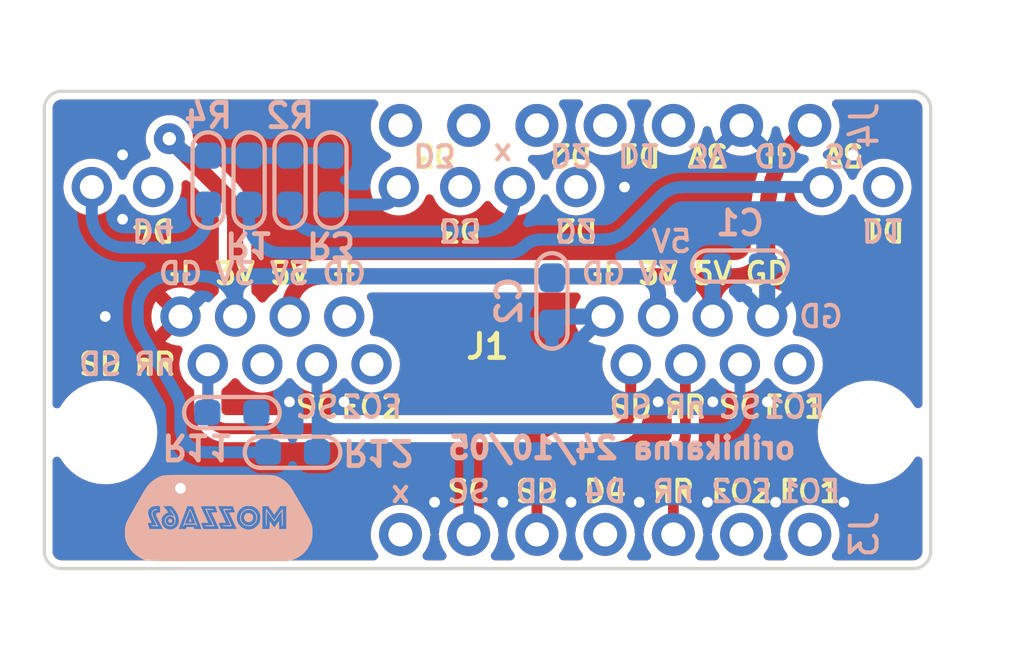
<source format=kicad_pcb>
(kicad_pcb (version 20211014) (generator pcbnew)
  (layers (0 "F.Cu" signal) (1 "In1.Cu" signal) (2 "In2.Cu" signal) (31 "B.Cu" signal) (34 "B.Paste" user) (35 "F.Paste" user) (36 "B.SilkS" user "B.Silkscreen") (37 "F.SilkS" user "F.Silkscreen") (38 "B.Mask" user) (39 "F.Mask" user) (44 "Edge.Cuts" user))
  (net 0 "")
  (net 1 "RGB1")
  (net 2 "GND")
  (net 3 "SDA")
  (net 4 "3V3")
  (net 5 "NRST")
  (net 6 "5VD")
  (net 7 "SCK")
  (net 8 "Net-(J1-Pad10)")
  (net 9 "LED1")
  (net 10 "Net-(J1-Pad12)")
  (net 11 "LED2")
  (net 12 "RGB2")
  (net 13 "Net-(J1-Pad22)")
  (net 14 "LED3")
  (net 15 "Net-(J1-Pad24)")
  (net 16 "LED4")
  (footprint "00_KeyParts:RJ45_Amphenol_RJHSE508X-02" (layer "F.Cu") (at 100 83.82)
    (fp_text reference "J1")
    (fp_text value "RJ45_LED_Shielded_x2")
  )
  (footprint "00_KeyParts:R_1608_HandSolder" (layer "B.Cu") (at 89.6 74.42 -90)
    (fp_text reference "R4")
    (fp_text value "1k")
  )
  (footprint "00_KeyParts:R_1608_HandSolder" (layer "B.Cu") (at 92.648 74.42 -90)
    (fp_text reference "R2")
    (fp_text value "1k")
  )
  (footprint "00_KeyParts:C_1608_HandSolder" (layer "B.Cu") (at 109.4 77.62)
    (fp_text reference "C1")
    (fp_text value "0.1u")
  )
  (footprint "00_KeyParts:PinHeader_1x07_P2.54mm_Vertical" (layer "B.Cu") (at 112 72.38 90)
    (fp_text reference "J4")
    (fp_text value "Conn_01x07")
  )
  (footprint "00_KeyParts:R_1608_HandSolder" (layer "B.Cu") (at 94.172 74.42 -90)
    (fp_text reference "R3")
    (fp_text value "1k")
  )
  (footprint "00_KeyParts:PinHeader_1x07_P2.54mm_Vertical" (layer "B.Cu") (at 112 87.62 90)
    (fp_text reference "J3")
    (fp_text value "Conn_01x07")
  )
  (footprint "00_KeyParts:R_1608_HandSolder" (layer "B.Cu") (at 91.124 74.42 -90)
    (fp_text reference "R1")
    (fp_text value "1k")
  )
  (footprint "00_KeyParts:R_1608_HandSolder" (layer "B.Cu") (at 92.743 84.56 180)
    (fp_text reference "R12")
    (fp_text value "2.2k")
  )
  (footprint "00_KeyParts:mozza62_logo2" (layer "B.Cu") (at 90 87 180)
    (fp_text reference "G1")
    (fp_text value "LOGO" hide)
  )
  (footprint "00_KeyParts:C_1608_HandSolder" (layer "B.Cu") (at 102.4 78.92 -90)
    (fp_text reference "C2")
    (fp_text value "0.1u")
  )
  (footprint "00_KeyParts:R_1608_HandSolder" (layer "B.Cu") (at 90.483 83.08)
    (fp_text reference "R11")
    (fp_text value "2.2k")
  )
  (gr_line (start 83.5 80) (end 83.5 88.25) (layer "Edge.Cuts") (width 0.12))
  (gr_line (start 116.5 80) (end 116.5 88.25) (layer "Edge.Cuts") (width 0.12))
  (gr_line (start 100 88.89) (end 84.14 88.89) (layer "Edge.Cuts") (width 0.12))
  (gr_arc (start 84.14 88.89) (mid 83.687452 88.702548) (end 83.5 88.25) (layer "Edge.Cuts") (width 0.12))
  (gr_line (start 100 71.11) (end 115.86 71.11) (layer "Edge.Cuts") (width 0.12))
  (gr_arc (start 116.5 88.25) (mid 116.312548 88.702548) (end 115.86 88.89) (layer "Edge.Cuts") (width 0.12))
  (gr_arc (start 83.5 71.75) (mid 83.687452 71.297452) (end 84.14 71.11) (layer "Edge.Cuts") (width 0.12))
  (gr_line (start 116.5 80) (end 116.5 71.75) (layer "Edge.Cuts") (width 0.12))
  (gr_arc (start 115.86 71.11) (mid 116.312548 71.297452) (end 116.5 71.75) (layer "Edge.Cuts") (width 0.12))
  (gr_line (start 100 71.11) (end 84.14 71.11) (layer "Edge.Cuts") (width 0.12))
  (gr_line (start 83.5 80) (end 83.5 71.75) (layer "Edge.Cuts") (width 0.12))
  (gr_line (start 100 88.89) (end 115.86 88.89) (layer "Edge.Cuts") (width 0.12))
  (gr_text "FC1" (at 111.43 82.88) (layer "B.SilkS") (effects (font (size 0.8 0.8)) (justify mirror)))
  (gr_text "D2" (at 103.11 73.48 180) (layer "B.SilkS") (effects (font (size 0.8 0.8)) (justify mirror)))
  (gr_text "FC1" (at 112 86.02) (layer "B.SilkS") (effects (font (size 0.8 0.8)) (justify mirror)))
  (gr_text "D4" (at 104.38 86.02) (layer "B.SilkS") (effects (font (size 0.8 0.8)) (justify mirror)))
  (gr_text "nR" (at 106.92 86.02) (layer "B.SilkS") (effects (font (size 0.8 0.8)) (justify mirror)))
  (gr_text "5V" (at 113.27 73.48 180) (layer "B.SilkS") (effects (font (size 0.8 0.8)) (justify mirror)))
  (gr_text "SC" (at 93.65 82.88) (layer "B.SilkS") (effects (font (size 0.8 0.8)) (justify mirror)))
  (gr_text "nR" (at 87.618 81.28) (layer "B.SilkS") (effects (font (size 0.8 0.8)) (justify mirror)))
  (gr_text "SC" (at 109.398 82.88) (layer "B.SilkS") (effects (font (size 0.8 0.8)) (justify mirror)))
  (gr_text "GD" (at 88.57 77.902) (layer "B.SilkS") (effects (font (size 0.8 0.8)) (justify mirror)))
  (gr_text "D1" (at 114.732 76.276 -180) (layer "B.SilkS") (effects (font (size 0.8 0.8)) (justify mirror)))
  (gr_text "5V" (at 106.85 76.702) (layer "B.SilkS") (effects (font (size 0.8 0.8)) (justify mirror)))
  (gr_text "D1" (at 105.65 73.48 180) (layer "B.SilkS") (effects (font (size 0.8 0.8)) (justify mirror)))
  (gr_text "x" (at 100.57 73.48 180) (layer "B.SilkS") (effects (font (size 0.8 0.8)) (justify mirror)))
  (gr_text "3V" (at 90.602 77.902) (layer "B.SilkS") (effects (font (size 0.8 0.8)) (justify mirror)))
  (gr_text "D3" (at 98.984 76.276 -180) (layer "B.SilkS") (effects (font (size 0.8 0.8)) (justify mirror)))
  (gr_text "D2" (at 103.302 76.276 -180) (layer "B.SilkS") (effects (font (size 0.8 0.8)) (justify mirror)))
  (gr_text "SD" (at 105.334 82.88) (layer "B.SilkS") (effects (font (size 0.8 0.8)) (justify mirror)))
  (gr_text "SC" (at 99.3 86.02) (layer "B.SilkS") (effects (font (size 0.8 0.8)) (justify mirror)))
  (gr_text "3V" (at 106.35 77.902) (layer "B.SilkS") (effects (font (size 0.8 0.8)) (justify mirror)))
  (gr_text "x" (at 96.76 86.02) (layer "B.SilkS") (effects (font (size 0.8 0.8)) (justify mirror)))
  (gr_text "SD" (at 101.84 86.02) (layer "B.SilkS") (effects (font (size 0.8 0.8)) (justify mirror)))
  (gr_text "GD" (at 110.73 73.48 180) (layer "B.SilkS") (effects (font (size 0.8 0.8)) (justify mirror)))
  (gr_text "GD" (at 112.414 79.502) (layer "B.SilkS") (effects (font (size 0.8 0.8)) (justify mirror)))
  (gr_text "D4" (at 87.554 76.276 -180) (layer "B.SilkS") (effects (font (size 0.8 0.8)) (justify mirror)))
  (gr_text "FC2" (at 95.682 82.88) (layer "B.SilkS") (effects (font (size 0.8 0.8)) (justify mirror)))
  (gr_text "5V" (at 92.634 77.902) (layer "B.SilkS") (effects (font (size 0.8 0.8)) (justify mirror)))
  (gr_text "FC2" (at 109.46 86.02) (layer "B.SilkS") (effects (font (size 0.8 0.8)) (justify mirror)))
  (gr_text "GD" (at 94.666 77.902) (layer "B.SilkS") (effects (font (size 0.8 0.8)) (justify mirror)))
  (gr_text "3V" (at 108.19 73.48 180) (layer "B.SilkS") (effects (font (size 0.8 0.8)) (justify mirror)))
  (gr_text "D3" (at 98.03 73.48 180) (layer "B.SilkS") (effects (font (size 0.8 0.8)) (justify mirror)))
  (gr_text "GD" (at 104.318 77.902) (layer "B.SilkS") (effects (font (size 0.8 0.8)) (justify mirror)))
  (gr_text "SD" (at 85.586 81.28) (layer "B.SilkS") (effects (font (size 0.8 0.8)) (justify mirror)))
  (gr_text "orihikarna 24/10/05" (at 105 84.4) (layer "B.SilkS") (effects (font (size 0.8 0.8) (thickness 0.4)) (justify mirror)))
  (gr_text "nR" (at 107.366 82.88) (layer "B.SilkS") (effects (font (size 0.8 0.8)) (justify mirror)))
  (gr_text "GD" (at 110.414 77.902) (layer "F.SilkS") (effects (font (size 0.8 0.8))))
  (gr_text "x" (at 100.57 73.48 180) (layer "F.SilkS") (effects (font (size 0.8 0.8))))
  (gr_text "5V" (at 108.382 77.902) (layer "F.SilkS") (effects (font (size 0.8 0.8))))
  (gr_text "3V" (at 108.19 73.48 180) (layer "F.SilkS") (effects (font (size 0.8 0.8))))
  (gr_text "D4" (at 87.554 76.276 -180) (layer "F.SilkS") (effects (font (size 0.8 0.8))))
  (gr_text "D3" (at 98.03 73.48 180) (layer "F.SilkS") (effects (font (size 0.8 0.8))))
  (gr_text "D4" (at 104.38 86.02) (layer "F.SilkS") (effects (font (size 0.8 0.8))))
  (gr_text "SD" (at 101.84 86.02) (layer "F.SilkS") (effects (font (size 0.8 0.8))))
  (gr_text "FC2" (at 95.682 82.88) (layer "F.SilkS") (effects (font (size 0.8 0.8))))
  (gr_text "D3" (at 98.984 76.276 -180) (layer "F.SilkS") (effects (font (size 0.8 0.8))))
  (gr_text "3V" (at 90.602 77.902) (layer "F.SilkS") (effects (font (size 0.8 0.8))))
  (gr_text "nR" (at 87.618 81.28) (layer "F.SilkS") (effects (font (size 0.8 0.8))))
  (gr_text "FC2" (at 109.46 86.02) (layer "F.SilkS") (effects (font (size 0.8 0.8))))
  (gr_text "GD" (at 88.57 77.902) (layer "F.SilkS") (effects (font (size 0.8 0.8))))
  (gr_text "GD" (at 110.73 73.48 180) (layer "F.SilkS") (effects (font (size 0.8 0.8))))
  (gr_text "SD" (at 85.586 81.28) (layer "F.SilkS") (effects (font (size 0.8 0.8))))
  (gr_text "nR" (at 107.366 82.88) (layer "F.SilkS") (effects (font (size 0.8 0.8))))
  (gr_text "SC" (at 109.398 82.88) (layer "F.SilkS") (effects (font (size 0.8 0.8))))
  (gr_text "D1" (at 105.65 73.48 180) (layer "F.SilkS") (effects (font (size 0.8 0.8))))
  (gr_text "3V" (at 106.35 77.902) (layer "F.SilkS") (effects (font (size 0.8 0.8))))
  (gr_text "5V" (at 92.634 77.902) (layer "F.SilkS") (effects (font (size 0.8 0.8))))
  (gr_text "FC1" (at 112 86.02) (layer "F.SilkS") (effects (font (size 0.8 0.8))))
  (gr_text "D2" (at 103.11 73.48 180) (layer "F.SilkS") (effects (font (size 0.8 0.8))))
  (gr_text "D1" (at 114.732 76.276 -180) (layer "F.SilkS") (effects (font (size 0.8 0.8))))
  (gr_text "GD" (at 94.666 77.902) (layer "F.SilkS") (effects (font (size 0.8 0.8))))
  (gr_text "SC" (at 93.65 82.88) (layer "F.SilkS") (effects (font (size 0.8 0.8))))
  (gr_text "D2" (at 103.302 76.276 -180) (layer "F.SilkS") (effects (font (size 0.8 0.8))))
  (gr_text "GD" (at 104.318 77.902) (layer "F.SilkS") (effects (font (size 0.8 0.8))))
  (gr_text "nR" (at 106.92 86.02) (layer "F.SilkS") (effects (font (size 0.8 0.8))))
  (gr_text "5V" (at 113.27 73.48 180) (layer "F.SilkS") (effects (font (size 0.8 0.8))))
  (gr_text "FC1" (at 111.43 82.88) (layer "F.SilkS") (effects (font (size 0.8 0.8))))
  (gr_text "SC" (at 99.3 86.02) (layer "F.SilkS") (effects (font (size 0.8 0.8))))
  (gr_text "SD" (at 105.334 82.88) (layer "F.SilkS") (effects (font (size 0.8 0.8))))
  (gr_text "x" (at 96.76 86.02) (layer "F.SilkS") (effects (font (size 0.8 0.8))))
  (via locked (at 85.77 79.502) (size 0.92) (drill 0.4) (layers "F.Cu" "B.Cu") (net 2))
  (via locked (at 86.413 73.476) (size 0.92) (drill 0.4) (layers "F.Cu" "B.Cu") (net 2))
  (via locked (at 103.11 86.42) (size 0.92) (drill 0.4) (layers "F.Cu" "B.Cu") (net 2))
  (via locked (at 106.356 82.68) (size 0.92) (drill 0.4) (layers "F.Cu" "B.Cu") (net 2))
  (via locked (at 113.27 86.42) (size 0.92) (drill 0.4) (layers "F.Cu" "B.Cu") (net 2))
  (via locked (at 98.03 86.42) (size 0.92) (drill 0.4) (layers "F.Cu" "B.Cu") (net 2))
  (via locked (at 110.42 82.68) (size 0.92) (drill 0.4) (layers "F.Cu" "B.Cu") (net 2))
  (via locked (at 108.19 86.42) (size 0.92) (drill 0.4) (layers "F.Cu" "B.Cu") (net 2))
  (via locked (at 105.102 74.676) (size 0.92) (drill 0.4) (layers "F.Cu" "B.Cu") (net 2))
  (via locked (at 113.591 73.476) (size 0.92) (drill 0.4) (layers "F.Cu" "B.Cu") (net 2))
  (via locked (at 100.57 86.42) (size 0.92) (drill 0.4) (layers "F.Cu" "B.Cu") (net 2))
  (via locked (at 110.73 86.42) (size 0.92) (drill 0.4) (layers "F.Cu" "B.Cu") (net 2))
  (via locked (at 105.65 86.42) (size 0.92) (drill 0.4) (layers "F.Cu" "B.Cu") (net 2))
  (via locked (at 108.388 82.68) (size 0.92) (drill 0.4) (layers "F.Cu" "B.Cu") (net 2))
  (via locked (at 88.57 85.902) (size 0.92) (drill 0.4) (layers "F.Cu" "B.Cu") (net 2))
  (via locked (at 86.413 75.876) (size 0.92) (drill 0.4) (layers "F.Cu" "B.Cu") (net 2))
  (via locked (at 92.628 82.68) (size 0.92) (drill 0.4) (layers "F.Cu" "B.Cu") (net 2))
  (via locked (at 94.66 82.68) (size 0.92) (drill 0.4) (layers "F.Cu" "B.Cu") (net 2))
  (segment locked (start 103.027 79.503) (end 103.077 79.502) (width 0.6) (layer "B.Cu") (net 2))
  (segment locked (start 102.474 79.715) (end 102.514 79.685) (width 0.6) (layer "B.Cu") (net 2))
  (segment locked (start 110.38 77.8) (end 110.389 77.826) (width 0.6) (layer "B.Cu") (net 2))
  (segment locked (start 102.878 79.523) (end 102.927 79.514) (width 0.6) (layer "B.Cu") (net 2))
  (segment locked (start 110.281 77.64) (end 110.299 77.66) (width 0.6) (layer "B.Cu") (net 2))
  (segment locked (start 110.413 77.959) (end 110.414 77.986) (width 0.6) (layer "B.Cu") (net 2))
  (segment locked (start 110.315 77.682) (end 110.331 77.704) (width 0.6) (layer "B.Cu") (net 2))
  (segment locked (start 110.414 77.986) (end 110.414 79.502) (width 0.6) (layer "B.Cu") (net 2))
  (segment locked (start 102.927 79.514) (end 102.977 79.507) (width 0.6) (layer "B.Cu") (net 2))
  (segment locked (start 102.734 79.566) (end 102.781 79.549) (width 0.6) (layer "B.Cu") (net 2))
  (segment locked (start 102.642 79.606) (end 102.688 79.585) (width 0.6) (layer "B.Cu") (net 2))
  (segment locked (start 110.331 77.704) (end 110.345 77.727) (width 0.6) (layer "B.Cu") (net 2))
  (segment locked (start 102.556 79.657) (end 102.598 79.63) (width 0.6) (layer "B.Cu") (net 2))
  (segment locked (start 102.688 79.585) (end 102.734 79.566) (width 0.6) (layer "B.Cu") (net 2))
  (segment locked (start 102.829 79.535) (end 102.878 79.523) (width 0.6) (layer "B.Cu") (net 2))
  (segment locked (start 102.598 79.63) (end 102.642 79.606) (width 0.6) (layer "B.Cu") (net 2))
  (segment locked (start 110.345 77.727) (end 110.358 77.751) (width 0.6) (layer "B.Cu") (net 2))
  (segment locked (start 110.358 77.751) (end 110.369 77.775) (width 0.6) (layer "B.Cu") (net 2))
  (segment locked (start 102.436 79.748) (end 102.474 79.715) (width 0.6) (layer "B.Cu") (net 2))
  (segment locked (start 102.514 79.685) (end 102.556 79.657) (width 0.6) (layer "B.Cu") (net 2))
  (segment locked (start 110.396 77.852) (end 110.403 77.878) (width 0.6) (layer "B.Cu") (net 2))
  (segment locked (start 110.263 77.62) (end 110.281 77.64) (width 0.6) (layer "B.Cu") (net 2))
  (segment locked (start 110.408 77.905) (end 110.411 77.932) (width 0.6) (layer "B.Cu") (net 2))
  (segment locked (start 103.077 79.502) (end 104.318 79.502) (width 0.6) (layer "B.Cu") (net 2))
  (segment locked (start 110.369 77.775) (end 110.38 77.8) (width 0.6) (layer "B.Cu") (net 2))
  (segment locked (start 102.781 79.549) (end 102.829 79.535) (width 0.6) (layer "B.Cu") (net 2))
  (segment locked (start 110.411 77.932) (end 110.413 77.959) (width 0.6) (layer "B.Cu") (net 2))
  (segment locked (start 110.299 77.66) (end 110.315 77.682) (width 0.6) (layer "B.Cu") (net 2))
  (segment locked (start 110.389 77.826) (end 110.396 77.852) (width 0.6) (layer "B.Cu") (net 2))
  (segment locked (start 110.403 77.878) (end 110.408 77.905) (width 0.6) (layer "B.Cu") (net 2))
  (segment locked (start 102.4 79.782) (end 102.436 79.748) (width 0.6) (layer "B.Cu") (net 2))
  (segment locked (start 102.977 79.507) (end 103.027 79.503) (width 0.6) (layer "B.Cu") (net 2))
  (segment locked (start 105.24 83.33) (end 105.2 83.391) (width 0.4) (layer "F.Cu") (net 3))
  (segment locked (start 102.467 83.684) (end 102.394 83.695) (width 0.4) (layer "F.Cu") (net 3))
  (segment locked (start 105.045 83.546) (end 104.984 83.586) (width 0.4) (layer "F.Cu") (net 3))
  (segment locked (start 105.334 82.98) (end 105.33 83.053) (width 0.4) (layer "F.Cu") (net 3))
  (segment locked (start 89.647 83.265) (end 89.68 83.33) (width 0.4) (layer "F.Cu") (net 3))
  (segment locked (start 101.901 84.095) (end 101.874 84.164) (width 0.4) (layer "F.Cu") (net 3))
  (segment locked (start 101.66 83.912) (end 101.706 83.969) (width 0.4) (layer "F.Cu") (net 3))
  (segment locked (start 90.07 83.646) (end 90.001 83.619) (width 0.4) (layer "F.Cu") (net 3))
  (segment locked (start 101.286 83.695) (end 101.356 83.714) (width 0.4) (layer "F.Cu") (net 3))
  (segment locked (start 102.129 83.814) (end 102.072 83.86) (width 0.4) (layer "F.Cu") (net 3))
  (segment locked (start 89.818 83.5) (end 89.766 83.448) (width 0.4) (layer "F.Cu") (net 3))
  (segment locked (start 101.874 84.164) (end 101.855 84.234) (width 0.4) (layer "F.Cu") (net 3))
  (segment locked (start 101.84 84.38) (end 101.84 87.62) (width 0.4) (layer "F.Cu") (net 3))
  (segment locked (start 101.49 83.774) (end 101.551 83.814) (width 0.4) (layer "F.Cu") (net 3))
  (segment locked (start 101.746 84.03) (end 101.779 84.095) (width 0.4) (layer "F.Cu") (net 3))
  (segment locked (start 90.001 83.619) (end 90.07 83.646) (width 0.4) (layer "F.Cu") (net 3))
  (segment locked (start 89.62 83.196) (end 89.647 83.265) (width 0.4) (layer "F.Cu") (net 3))
  (segment locked (start 89.586 82.98) (end 89.586 81.28) (width 0.4) (layer "F.Cu") (net 3))
  (segment locked (start 101.425 83.741) (end 101.49 83.774) (width 0.4) (layer "F.Cu") (net 3))
  (segment locked (start 105.33 83.053) (end 105.319 83.126) (width 0.4) (layer "F.Cu") (net 3))
  (segment locked (start 101.806 84.164) (end 101.825 84.234) (width 0.4) (layer "F.Cu") (net 3))
  (segment locked (start 101.779 84.095) (end 101.806 84.164) (width 0.4) (layer "F.Cu") (net 3))
  (segment locked (start 104.707 83.676) (end 104.634 83.68) (width 0.4) (layer "F.Cu") (net 3))
  (segment locked (start 89.68 83.33) (end 89.72 83.391) (width 0.4) (layer "F.Cu") (net 3))
  (segment locked (start 89.586 82.98) (end 89.59 83.053) (width 0.4) (layer "F.Cu") (net 3))
  (segment locked (start 104.78 83.665) (end 104.707 83.676) (width 0.4) (layer "F.Cu") (net 3))
  (segment locked (start 105.3 83.196) (end 105.273 83.265) (width 0.4) (layer "F.Cu") (net 3))
  (segment locked (start 105.319 83.126) (end 105.3 83.196) (width 0.4) (layer "F.Cu") (net 3))
  (segment locked (start 89.766 83.448) (end 89.72 83.391) (width 0.4) (layer "F.Cu") (net 3))
  (segment locked (start 101.14 83.68) (end 101.213 83.684) (width 0.4) (layer "F.Cu") (net 3))
  (segment locked (start 102.19 83.774) (end 102.129 83.814) (width 0.4) (layer "F.Cu") (net 3))
  (segment locked (start 104.919 83.619) (end 104.85 83.646) (width 0.4) (layer "F.Cu") (net 3))
  (segment locked (start 105.33 83.053) (end 105.319 83.126) (width 0.4) (layer "F.Cu") (net 3))
  (segment locked (start 89.875 83.546) (end 89.936 83.586) (width 0.4) (layer "F.Cu") (net 3))
  (segment locked (start 105.334 81.28) (end 105.334 82.98) (width 0.4) (layer "F.Cu") (net 3))
  (segment locked (start 89.875 83.546) (end 89.818 83.5) (width 0.4) (layer "F.Cu") (net 3))
  (segment locked (start 105.102 83.5) (end 105.045 83.546) (width 0.4) (layer "F.Cu") (net 3))
  (segment locked (start 89.72 83.391) (end 89.766 83.448) (width 0.4) (layer "F.Cu") (net 3))
  (segment locked (start 104.984 83.586) (end 104.919 83.619) (width 0.4) (layer "F.Cu") (net 3))
  (segment locked (start 102.255 83.741) (end 102.19 83.774) (width 0.4) (layer "F.Cu") (net 3))
  (segment locked (start 102.394 83.695) (end 102.324 83.714) (width 0.4) (layer "F.Cu") (net 3))
  (segment locked (start 101.706 83.969) (end 101.746 84.03) (width 0.4) (layer "F.Cu") (net 3))
  (segment locked (start 90.286 83.68) (end 101.14 83.68) (width 0.4) (layer "F.Cu") (net 3))
  (segment locked (start 105.319 83.126) (end 105.3 83.196) (width 0.4) (layer "F.Cu") (net 3))
  (segment locked (start 105.2 83.391) (end 105.154 83.448) (width 0.4) (layer "F.Cu") (net 3))
  (segment locked (start 101.213 83.684) (end 101.286 83.695) (width 0.4) (layer "F.Cu") (net 3))
  (segment locked (start 101.84 84.38) (end 101.84 87.62) (width 0.4) (layer "F.Cu") (net 3))
  (segment locked (start 105.045 83.546) (end 104.984 83.586) (width 0.4) (layer "F.Cu") (net 3))
  (segment locked (start 105.273 83.265) (end 105.24 83.33) (width 0.4) (layer "F.Cu") (net 3))
  (segment locked (start 105.2 83.391) (end 105.154 83.448) (width 0.4) (layer "F.Cu") (net 3))
  (segment locked (start 105.154 83.448) (end 105.102 83.5) (width 0.4) (layer "F.Cu") (net 3))
  (segment locked (start 89.936 83.586) (end 89.875 83.546) (width 0.4) (layer "F.Cu") (net 3))
  (segment locked (start 101.836 84.307) (end 101.84 84.38) (width 0.4) (layer "F.Cu") (net 3))
  (segment locked (start 105.24 83.33) (end 105.2 83.391) (width 0.4) (layer "F.Cu") (net 3))
  (segment locked (start 89.601 83.126) (end 89.62 83.196) (width 0.4) (layer "F.Cu") (net 3))
  (segment locked (start 102.324 83.714) (end 102.255 83.741) (width 0.4) (layer "F.Cu") (net 3))
  (segment locked (start 105.273 83.265) (end 105.24 83.33) (width 0.4) (layer "F.Cu") (net 3))
  (segment locked (start 89.766 83.448) (end 89.818 83.5) (width 0.4) (layer "F.Cu") (net 3))
  (segment locked (start 102.54 83.68) (end 102.467 83.684) (width 0.4) (layer "F.Cu") (net 3))
  (segment locked (start 90.07 83.646) (end 90.14 83.665) (width 0.4) (layer "F.Cu") (net 3))
  (segment locked (start 89.818 83.5) (end 89.875 83.546) (width 0.4) (layer "F.Cu") (net 3))
  (segment locked (start 104.634 83.68) (end 102.54 83.68) (width 0.4) (layer "F.Cu") (net 3))
  (segment locked (start 89.59 83.053) (end 89.586 82.98) (width 0.4) (layer "F.Cu") (net 3))
  (segment locked (start 90.213 83.676) (end 90.14 83.665) (width 0.4) (layer "F.Cu") (net 3))
  (segment locked (start 102.02 83.912) (end 101.974 83.969) (width 0.4) (layer "F.Cu") (net 3))
  (segment locked (start 90.14 83.665) (end 90.213 83.676) (width 0.4) (layer "F.Cu") (net 3))
  (segment locked (start 90.286 83.68) (end 90.213 83.676) (width 0.4) (layer "F.Cu") (net 3))
  (segment locked (start 89.586 81.28) (end 89.586 82.98) (width 0.4) (layer "F.Cu") (net 3))
  (segment locked (start 104.78 83.665) (end 104.707 83.676) (width 0.4) (layer "F.Cu") (net 3))
  (segment locked (start 101.855 84.234) (end 101.844 84.307) (width 0.4) (layer "F.Cu") (net 3))
  (segment locked (start 101.825 84.234) (end 101.836 84.307) (width 0.4) (layer "F.Cu") (net 3))
  (segment locked (start 105.334 81.28) (end 105.334 82.98) (width 0.4) (layer "F.Cu") (net 3))
  (segment locked (start 90.213 83.676) (end 90.286 83.68) (width 0.4) (layer "F.Cu") (net 3))
  (segment locked (start 105.334 82.98) (end 105.33 83.053) (width 0.4) (layer "F.Cu") (net 3))
  (segment locked (start 90.14 83.665) (end 90.07 83.646) (width 0.4) (layer "F.Cu") (net 3))
  (segment locked (start 104.919 83.619) (end 104.85 83.646) (width 0.4) (layer "F.Cu") (net 3))
  (segment locked (start 89.72 83.391) (end 89.68 83.33) (width 0.4) (layer "F.Cu") (net 3))
  (segment locked (start 89.68 83.33) (end 89.647 83.265) (width 0.4) (layer "F.Cu") (net 3))
  (segment locked (start 104.707 83.676) (end 104.634 83.68) (width 0.4) (layer "F.Cu") (net 3))
  (segment locked (start 105.3 83.196) (end 105.273 83.265) (width 0.4) (layer "F.Cu") (net 3))
  (segment locked (start 101.608 83.86) (end 101.66 83.912) (width 0.4) (layer "F.Cu") (net 3))
  (segment locked (start 90.001 83.619) (end 89.936 83.586) (width 0.4) (layer "F.Cu") (net 3))
  (segment locked (start 101.551 83.814) (end 101.608 83.86) (width 0.4) (layer "F.Cu") (net 3))
  (segment locked (start 89.936 83.586) (end 90.001 83.619) (width 0.4) (layer "F.Cu") (net 3))
  (segment locked (start 105.154 83.448) (end 105.102 83.5) (width 0.4) (layer "F.Cu") (net 3))
  (segment locked (start 101.356 83.714) (end 101.425 83.741) (width 0.4) (layer "F.Cu") (net 3))
  (segment locked (start 104.984 83.586) (end 104.919 83.619) (width 0.4) (layer "F.Cu") (net 3))
  (segment locked (start 102.072 83.86) (end 102.02 83.912) (width 0.4) (layer "F.Cu") (net 3))
  (segment locked (start 101.934 84.03) (end 101.901 84.095) (width 0.4) (layer "F.Cu") (net 3))
  (segment locked (start 104.634 83.68) (end 90.286 83.68) (width 0.4) (layer "F.Cu") (net 3))
  (segment locked (start 104.85 83.646) (end 104.78 83.665) (width 0.4) (layer "F.Cu") (net 3))
  (segment locked (start 105.102 83.5) (end 105.045 83.546) (width 0.4) (layer "F.Cu") (net 3))
  (segment locked (start 104.85 83.646) (end 104.78 83.665) (width 0.4) (layer "F.Cu") (net 3))
  (segment locked (start 89.601 83.126) (end 89.59 83.053) (width 0.4) (layer "F.Cu") (net 3))
  (segment locked (start 101.844 84.307) (end 101.84 84.38) (width 0.4) (layer "F.Cu") (net 3))
  (segment locked (start 89.647 83.265) (end 89.62 83.196) (width 0.4) (layer "F.Cu") (net 3))
  (segment locked (start 101.974 83.969) (end 101.934 84.03) (width 0.4) (layer "F.Cu") (net 3))
  (segment locked (start 89.59 83.053) (end 89.601 83.126) (width 0.4) (layer "F.Cu") (net 3))
  (segment locked (start 89.62 83.196) (end 89.601 83.126) (width 0.4) (layer "F.Cu") (net 3))
  (segment locked (start 89.586 81.28) (end 89.586 83.064) (width 0.4) (layer "B.Cu") (net 3))
  (segment locked (start 89.586 83.064) (end 89.582 83.075) (width 0.4) (layer "B.Cu") (net 3))
  (segment locked (start 89.582 83.075) (end 89.572 83.08) (width 0.4) (layer "B.Cu") (net 3))
  (segment locked (start 90.401 75.195) (end 90.36 75.128) (width 0.6) (layer "F.Cu") (net 4))
  (segment locked (start 90.472 75.335) (end 90.439 75.264) (width 0.6) (layer "F.Cu") (net 4))
  (segment locked (start 90.569 75.633) (end 90.551 75.557) (width 0.6) (layer "F.Cu") (net 4))
  (segment locked (start 90.602 79.502) (end 90.602 75.945) (width 0.6) (layer "F.Cu") (net 4))
  (segment locked (start 90.217 74.942) (end 90.163 74.885) (width 0.6) (layer "F.Cu") (net 4))
  (segment locked (start 90.584 75.711) (end 90.569 75.633) (width 0.6) (layer "F.Cu") (net 4))
  (segment locked (start 90.6 75.867) (end 90.594 75.789) (width 0.6) (layer "F.Cu") (net 4))
  (segment locked (start 90.316 75.064) (end 90.268 75.001) (width 0.6) (layer "F.Cu") (net 4))
  (segment locked (start 90.594 75.789) (end 90.584 75.711) (width 0.6) (layer "F.Cu") (net 4))
  (segment locked (start 90.163 74.885) (end 88.154 72.876) (width 0.6) (layer "F.Cu") (net 4))
  (segment locked (start 90.268 75.001) (end 90.217 74.942) (width 0.6) (layer "F.Cu") (net 4))
  (segment locked (start 90.551 75.557) (end 90.529 75.482) (width 0.6) (layer "F.Cu") (net 4))
  (segment locked (start 90.439 75.264) (end 90.401 75.195) (width 0.6) (layer "F.Cu") (net 4))
  (segment locked (start 90.36 75.128) (end 90.316 75.064) (width 0.6) (layer "F.Cu") (net 4))
  (segment locked (start 90.529 75.482) (end 90.502 75.408) (width 0.6) (layer "F.Cu") (net 4))
  (segment locked (start 90.602 75.945) (end 90.6 75.867) (width 0.6) (layer "F.Cu") (net 4))
  (segment locked (start 90.502 75.408) (end 90.472 75.335) (width 0.6) (layer "F.Cu") (net 4))
  (via locked (at 88.154 72.876) (size 1.15) (drill 0.5) (layers "F.Cu" "B.Cu") (net 4))
  (segment locked (start 90.602 78.702) (end 90.602 79.502) (width 0.6) (layer "B.Cu") (net 4))
  (segment locked (start 88.498 82.584) (end 88.511 82.624) (width 0.45) (layer "B.Cu") (net 4))
  (segment locked (start 87.074 80.069) (end 87.091 80.107) (width 0.45) (layer "B.Cu") (net 4))
  (segment locked (start 91.731 83.974) (end 91.711 83.941) (width 0.45) (layer "B.Cu") (net 4))
  (segment locked (start 89.317 84.539) (end 89.415 84.555) (width 0.45) (layer "B.Cu") (net 4))
  (segment locked (start 91.781 84.079) (end 91.766 84.043) (width 0.45) (layer "B.Cu") (net 4))
  (segment locked (start 91.017 78.063) (end 90.952 78.096) (width 0.6) (layer "B.Cu") (net 4))
  (segment locked (start 89.222 84.514) (end 89.317 84.539) (width 0.45) (layer "B.Cu") (net 4))
  (segment locked (start 106.35 79.502) (end 106.35 78.702) (width 0.6) (layer "B.Cu") (net 4))
  (segment locked (start 91.515 83.699) (end 91.537 83.731) (width 0.45) (layer "B.Cu") (net 4))
  (segment locked (start 90.543 78.831) (end 90.498 78.714) (width 0.45) (layer "B.Cu") (net 4))
  (segment locked (start 91.086 78.036) (end 91.017 78.063) (width 0.6) (layer "B.Cu") (net 4))
  (segment locked (start 105.935 78.063) (end 105.866 78.036) (width 0.6) (layer "B.Cu") (net 4))
  (segment locked (start 88.725 73.414) (end 88.758 73.431) (width 0.6) (layer "B.Cu") (net 4))
  (segment locked (start 106 78.096) (end 105.935 78.063) (width 0.6) (layer "B.Cu") (net 4))
  (segment locked (start 91.476 83.632) (end 91.495 83.666) (width 0.45) (layer "B.Cu") (net 4))
  (segment locked (start 91.831 84.345) (end 91.829 84.306) (width 0.45) (layer "B.Cu") (net 4))
  (segment locked (start 87.029 79.951) (end 87.042 79.991) (width 0.45) (layer "B.Cu") (net 4))
  (segment locked (start 91.395 83.295) (end 91.397 83.334) (width 0.45) (layer "B.Cu") (net 4))
  (segment locked (start 89.402 78.002) (end 88.17 78.002) (width 0.45) (layer "B.Cu") (net 4))
  (segment locked (start 89.527 78.009) (end 89.402 78.002) (width 0.45) (layer "B.Cu") (net 4))
  (segment locked (start 90.636 78.486) (end 90.617 78.556) (width 0.6) (layer "B.Cu") (net 4))
  (segment locked (start 88.58 73.302) (end 88.607 73.328) (width 0.6) (layer "B.Cu") (net 4))
  (segment locked (start 90.736 78.291) (end 90.696 78.352) (width 0.6) (layer "B.Cu") (net 4))
  (segment locked (start 87.799 78.061) (end 87.682 78.106) (width 0.45) (layer "B.Cu") (net 4))
  (segment locked (start 91.412 83.449) (end 91.421 83.487) (width 0.45) (layer "B.Cu") (net 4))
  (segment locked (start 89.513 84.56) (end 91.831 84.56) (width 0.45) (layer "B.Cu") (net 4))
  (segment locked (start 88.552 82.786) (end 88.558 82.828) (width 0.45) (layer "B.Cu") (net 4))
  (segment locked (start 88.758 73.431) (end 88.791 73.447) (width 0.6) (layer "B.Cu") (net 4))
  (segment locked (start 88.93 73.492) (end 88.966 73.499) (width 0.6) (layer "B.Cu") (net 4))
  (segment locked (start 91.445 83.561) (end 91.46 83.597) (width 0.45) (layer "B.Cu") (net 4))
  (segment locked (start 90.595 79.077) (end 90.576 78.953) (width 0.45) (layer "B.Cu") (net 4))
  (segment locked (start 86.973 79.664) (end 86.977 79.706) (width 0.45) (layer "B.Cu") (net 4))
  (segment locked (start 91.432 83.524) (end 91.445 83.561) (width 0.45) (layer "B.Cu") (net 4))
  (segment locked (start 90.602 79.502) (end 90.602 79.202) (width 0.45) (layer "B.Cu") (net 4))
  (segment locked (start 88.17 78.002) (end 88.045 78.009) (width 0.45) (layer "B.Cu") (net 4))
  (segment locked (start 88.812 84.248) (end 88.882 84.318) (width 0.45) (layer "B.Cu") (net 4))
  (segment locked (start 91.826 84.267) (end 91.821 84.229) (width 0.45) (layer "B.Cu") (net 4))
  (segment locked (start 90.576 78.953) (end 90.543 78.831) (width 0.45) (layer "B.Cu") (net 4))
  (segment locked (start 88.558 82.828) (end 88.563 82.869) (width 0.45) (layer "B.Cu") (net 4))
  (segment locked (start 90.617 78.556) (end 90.606 78.629) (width 0.6) (layer "B.Cu") (net 4))
  (segment locked (start 91.561 83.762) (end 91.586 83.792) (width 0.45) (layer "B.Cu") (net 4))
  (segment locked (start 88.616 83.908) (end 88.652 84) (width 0.45) (layer "B.Cu") (net 4))
  (segment locked (start 90.294 78.399) (end 90.205 78.31) (width 0.45) (layer "B.Cu") (net 4))
  (segment locked (start 87.006 79.871) (end 87.016 79.911) (width 0.45) (layer "B.Cu") (net 4))
  (segment locked (start 88.534 82.705) (end 88.544 82.745) (width 0.45) (layer "B.Cu") (net 4))
  (segment locked (start 106.256 78.352) (end 106.216 78.291) (width 0.6) (layer "B.Cu") (net 4))
  (segment locked (start 88.825 73.461) (end 88.859 73.473) (width 0.6) (layer "B.Cu") (net 4))
  (segment locked (start 90.205 78.31) (end 90.107 78.231) (width 0.45) (layer "B.Cu") (net 4))
  (segment locked (start 86.996 79.83) (end 87.006 79.871) (width 0.45) (layer "B.Cu") (net 4))
  (segment locked (start 90.952 78.096) (end 90.891 78.136) (width 0.6) (layer "B.Cu") (net 4))
  (segment locked (start 86.977 79.077) (end 86.97 79.202) (width 0.45) (layer "B.Cu") (net 4))
  (segment locked (start 105.866 78.036) (end 105.796 78.017) (width 0.6) (layer "B.Cu") (net 4))
  (segment locked (start 88.575 83.715) (end 88.591 83.813) (width 0.45) (layer "B.Cu") (net 4))
  (segment locked (start 88.57 83.617) (end 88.575 83.715) (width 0.45) (layer "B.Cu") (net 4))
  (segment locked (start 88.154 72.876) (end 88.58 73.302) (width 0.6) (layer "B.Cu") (net 4))
  (segment locked (start 91.805 84.153) (end 91.794 84.116) (width 0.45) (layer "B.Cu") (net 4))
  (segment locked (start 91.302 78.002) (end 91.229 78.006) (width 0.6) (layer "B.Cu") (net 4))
  (segment locked (start 91.814 84.191) (end 91.805 84.153) (width 0.45) (layer "B.Cu") (net 4))
  (segment locked (start 91.794 84.116) (end 91.781 84.079) (width 0.45) (layer "B.Cu") (net 4))
  (segment locked (start 91.64 83.848) (end 91.613 83.82) (width 0.45) (layer "B.Cu") (net 4))
  (segment locked (start 88.591 83.813) (end 88.616 83.908) (width 0.45) (layer "B.Cu") (net 4))
  (segment locked (start 86.982 79.747) (end 86.988 79.789) (width 0.45) (layer "B.Cu") (net 4))
  (segment locked (start 90.002 78.163) (end 89.89 78.106) (width 0.45) (layer "B.Cu") (net 4))
  (segment locked (start 88.696 84.088) (end 88.75 84.171) (width 0.45) (layer "B.Cu") (net 4))
  (segment locked (start 88.045 78.009) (end 87.921 78.028) (width 0.45) (layer "B.Cu") (net 4))
  (segment locked (start 87.921 78.028) (end 87.799 78.061) (width 0.45) (layer "B.Cu") (net 4))
  (segment locked (start 91.537 83.731) (end 91.561 83.762) (width 0.45) (layer "B.Cu") (net 4))
  (segment locked (start 106.335 78.556) (end 106.316 78.486) (width 0.6) (layer "B.Cu") (net 4))
  (segment locked (start 90.373 78.497) (end 90.294 78.399) (width 0.45) (layer "B.Cu") (net 4))
  (segment locked (start 89.075 73.507) (end 89.6 73.507) (width 0.6) (layer "B.Cu") (net 4))
  (segment locked (start 90.891 78.136) (end 90.834 78.182) (width 0.6) (layer "B.Cu") (net 4))
  (segment locked (start 91.831 84.56) (end 91.831 84.345) (width 0.45) (layer "B.Cu") (net 4))
  (segment locked (start 86.97 79.202) (end 86.97 79.502) (width 0.45) (layer "B.Cu") (net 4))
  (segment locked (start 86.971 79.622) (end 86.973 79.664) (width 0.45) (layer "B.Cu") (net 4))
  (segment locked (start 106.17 78.234) (end 106.118 78.182) (width 0.6) (layer "B.Cu") (net 4))
  (segment locked (start 88.75 84.171) (end 88.812 84.248) (width 0.45) (layer "B.Cu") (net 4))
  (segment locked (start 89.039 73.507) (end 89.075 73.507) (width 0.6) (layer "B.Cu") (net 4))
  (segment locked (start 88.635 73.352) (end 88.664 73.374) (width 0.6) (layer "B.Cu") (net 4))
  (segment locked (start 89.002 73.504) (end 89.039 73.507) (width 0.6) (layer "B.Cu") (net 4))
  (segment locked (start 88.894 73.484) (end 88.93 73.492) (width 0.6) (layer "B.Cu") (net 4))
  (segment locked (start 87.131 78.602) (end 87.074 78.714) (width 0.45) (layer "B.Cu") (net 4))
  (segment locked (start 88.511 82.624) (end 88.524 82.664) (width 0.45) (layer "B.Cu") (net 4))
  (segment locked (start 88.959 84.38) (end 89.042 84.434) (width 0.45) (layer "B.Cu") (net 4))
  (segment locked (start 88.652 84) (end 88.696 84.088) (width 0.45) (layer "B.Cu") (net 4))
  (segment locked (start 87.029 78.831) (end 86.996 78.953) (width 0.45) (layer "B.Cu") (net 4))
  (segment locked (start 88.466 82.507) (end 88.483 82.545) (width 0.45) (layer "B.Cu") (net 4))
  (segment locked (start 86.977 79.706) (end 86.982 79.747) (width 0.45) (layer "B.Cu") (net 4))
  (segment locked (start 88.43 82.431) (end 88.449 82.469) (width 0.45) (layer "B.Cu") (net 4))
  (segment locked (start 91.395 83.08) (end 91.395 83.295) (width 0.45) (layer "B.Cu") (net 4))
  (segment locked (start 88.57 82.995) (end 88.57 83.617) (width 0.45) (layer "B.Cu") (net 4))
  (segment locked (start 87.016 79.911) (end 87.029 79.951) (width 0.45) (layer "B.Cu") (net 4))
  (segment locked (start 88.859 73.473) (end 88.894 73.484) (width 0.6) (layer "B.Cu") (net 4))
  (segment locked (start 90.834 78.182) (end 90.782 78.234) (width 0.6) (layer "B.Cu") (net 4))
  (segment locked (start 87.682 78.106) (end 87.57 78.163) (width 0.45) (layer "B.Cu") (net 4))
  (segment locked (start 91.156 78.017) (end 91.086 78.036) (width 0.6) (layer "B.Cu") (net 4))
  (segment locked (start 88.791 73.447) (end 88.825 73.461) (width 0.6) (layer "B.Cu") (net 4))
  (segment locked (start 106.35 78.702) (end 106.346 78.629) (width 0.6) (layer "B.Cu") (net 4))
  (segment locked (start 87.367 78.31) (end 87.278 78.399) (width 0.45) (layer "B.Cu") (net 4))
  (segment locked (start 91.405 83.411) (end 91.412 83.449) (width 0.45) (layer "B.Cu") (net 4))
  (segment locked (start 91.711 83.941) (end 91.689 83.909) (width 0.45) (layer "B.Cu") (net 4))
  (segment locked (start 90.606 78.629) (end 90.602 78.702) (width 0.6) (layer "B.Cu") (net 4))
  (segment locked (start 106.346 78.629) (end 106.335 78.556) (width 0.6) (layer "B.Cu") (net 4))
  (segment locked (start 87.074 78.714) (end 87.029 78.831) (width 0.45) (layer "B.Cu") (net 4))
  (segment locked (start 91.586 83.792) (end 91.613 83.82) (width 0.45) (layer "B.Cu") (net 4))
  (segment locked (start 86.996 78.953) (end 86.977 79.077) (width 0.45) (layer "B.Cu") (net 4))
  (segment locked (start 90.498 78.714) (end 90.441 78.602) (width 0.45) (layer "B.Cu") (net 4))
  (segment locked (start 88.544 82.745) (end 88.552 82.786) (width 0.45) (layer "B.Cu") (net 4))
  (segment locked (start 106.216 78.291) (end 106.17 78.234) (width 0.6) (layer "B.Cu") (net 4))
  (segment locked (start 87.278 78.399) (end 87.199 78.497) (width 0.45) (layer "B.Cu") (net 4))
  (segment locked (start 87.11 80.144) (end 87.131 80.18) (width 0.45) (layer "B.Cu") (net 4))
  (segment locked (start 106.118 78.182) (end 106.061 78.136) (width 0.6) (layer "B.Cu") (net 4))
  (segment locked (start 88.694 73.395) (end 88.725 73.414) (width 0.6) (layer "B.Cu") (net 4))
  (segment locked (start 89.042 84.434) (end 89.13 84.478) (width 0.45) (layer "B.Cu") (net 4))
  (segment locked (start 89.415 84.555) (end 89.513 84.56) (width 0.45) (layer "B.Cu") (net 4))
  (segment locked (start 91.75 84.008) (end 91.731 83.974) (width 0.45) (layer "B.Cu") (net 4))
  (segment locked (start 89.89 78.106) (end 89.773 78.061) (width 0.45) (layer "B.Cu") (net 4))
  (segment locked (start 105.723 78.006) (end 105.65 78.002) (width 0.6) (layer "B.Cu") (net 4))
  (segment locked (start 89.773 78.061) (end 89.651 78.028) (width 0.45) (layer "B.Cu") (net 4))
  (segment locked (start 87.057 80.03) (end 87.074 80.069) (width 0.45) (layer "B.Cu") (net 4))
  (segment locked (start 87.042 79.991) (end 87.057 80.03) (width 0.45) (layer "B.Cu") (net 4))
  (segment locked (start 91.229 78.006) (end 91.156 78.017) (width 0.6) (layer "B.Cu") (net 4))
  (segment locked (start 88.483 82.545) (end 88.498 82.584) (width 0.45) (layer "B.Cu") (net 4))
  (segment locked (start 88.607 73.328) (end 88.635 73.352) (width 0.6) (layer "B.Cu") (net 4))
  (segment locked (start 91.689 83.909) (end 91.665 83.878) (width 0.45) (layer "B.Cu") (net 4))
  (segment locked (start 88.569 82.953) (end 88.57 82.995) (width 0.45) (layer "B.Cu") (net 4))
  (segment locked (start 89.651 78.028) (end 89.527 78.009) (width 0.45) (layer "B.Cu") (net 4))
  (segment locked (start 86.988 79.789) (end 86.996 79.83) (width 0.45) (layer "B.Cu") (net 4))
  (segment locked (start 90.602 79.202) (end 90.595 79.077) (width 0.45) (layer "B.Cu") (net 4))
  (segment locked (start 88.524 82.664) (end 88.534 82.705) (width 0.45) (layer "B.Cu") (net 4))
  (segment locked (start 91.495 83.666) (end 91.515 83.699) (width 0.45) (layer "B.Cu") (net 4))
  (segment locked (start 94.172 73.507) (end 89.6 73.507) (width 0.6) (layer "B.Cu") (net 4))
  (segment locked (start 86.97 79.58) (end 86.971 79.622) (width 0.45) (layer "B.Cu") (net 4))
  (segment locked (start 90.696 78.352) (end 90.663 78.417) (width 0.6) (layer "B.Cu") (net 4))
  (segment locked (start 87.465 78.231) (end 87.367 78.31) (width 0.45) (layer "B.Cu") (net 4))
  (segment locked (start 91.766 84.043) (end 91.75 84.008) (width 0.45) (layer "B.Cu") (net 4))
  (segment locked (start 89.13 84.478) (end 89.222 84.514) (width 0.45) (layer "B.Cu") (net 4))
  (segment locked (start 90.663 78.417) (end 90.636 78.486) (width 0.6) (layer "B.Cu") (net 4))
  (segment locked (start 91.46 83.597) (end 91.476 83.632) (width 0.45) (layer "B.Cu") (net 4))
  (segment locked (start 87.091 80.107) (end 87.11 80.144) (width 0.45) (layer "B.Cu") (net 4))
  (segment locked (start 88.563 82.869) (end 88.567 82.911) (width 0.45) (layer "B.Cu") (net 4))
  (segment locked (start 91.829 84.306) (end 91.826 84.267) (width 0.45) (layer "B.Cu") (net 4))
  (segment locked (start 91.421 83.487) (end 91.432 83.524) (width 0.45) (layer "B.Cu") (net 4))
  (segment locked (start 88.966 73.499) (end 89.002 73.504) (width 0.6) (layer "B.Cu") (net 4))
  (segment locked (start 87.131 80.18) (end 88.409 82.395) (width 0.45) (layer "B.Cu") (net 4))
  (segment locked (start 88.882 84.318) (end 88.959 84.38) (width 0.45) (layer "B.Cu") (net 4))
  (segment locked (start 106.316 78.486) (end 106.289 78.417) (width 0.6) (layer "B.Cu") (net 4))
  (segment locked (start 90.782 78.234) (end 90.736 78.291) (width 0.6) (layer "B.Cu") (net 4))
  (segment locked (start 105.65 78.002) (end 91.302 78.002) (width 0.6) (layer "B.Cu") (net 4))
  (segment locked (start 91.665 83.878) (end 91.64 83.848) (width 0.45) (layer "B.Cu") (net 4))
  (segment locked (start 106.061 78.136) (end 106 78.096) (width 0.6) (layer "B.Cu") (net 4))
  (segment locked (start 90.107 78.231) (end 90.002 78.163) (width 0.45) (layer "B.Cu") (net 4))
  (segment locked (start 88.664 73.374) (end 88.694 73.395) (width 0.6) (layer "B.Cu") (net 4))
  (segment locked (start 88.567 82.911) (end 88.569 82.953) (width 0.45) (layer "B.Cu") (net 4))
  (segment locked (start 106.289 78.417) (end 106.256 78.352) (width 0.6) (layer "B.Cu") (net 4))
  (segment locked (start 89.6 73.507) (end 94.172 73.507) (width 0.6) (layer "B.Cu") (net 4))
  (segment locked (start 90.441 78.602) (end 90.373 78.497) (width 0.45) (layer "B.Cu") (net 4))
  (segment locked (start 87.57 78.163) (end 87.465 78.231) (width 0.45) (layer "B.Cu") (net 4))
  (segment locked (start 105.796 78.017) (end 105.723 78.006) (width 0.6) (layer "B.Cu") (net 4))
  (segment locked (start 88.449 82.469) (end 88.466 82.507) (width 0.45) (layer "B.Cu") (net 4))
  (segment locked (start 91.821 84.229) (end 91.814 84.191) (width 0.45) (layer "B.Cu") (net 4))
  (segment locked (start 87.199 78.497) (end 87.131 78.602) (width 0.45) (layer "B.Cu") (net 4))
  (segment locked (start 88.409 82.395) (end 88.43 82.431) (width 0.45) (layer "B.Cu") (net 4))
  (segment locked (start 86.97 79.502) (end 86.97 79.58) (width 0.45) (layer "B.Cu") (net 4))
  (segment locked (start 91.397 83.334) (end 91.4 83.373) (width 0.45) (layer "B.Cu") (net 4))
  (segment locked (start 91.4 83.373) (end 91.405 83.411) (width 0.45) (layer "B.Cu") (net 4))
  (segment locked (start 106.92 84.988) (end 106.921 84.949) (width 0.4) (layer "F.Cu") (net 5))
  (segment locked (start 107.043 84.574) (end 107.065 84.541) (width 0.4) (layer "F.Cu") (net 5))
  (segment locked (start 106.946 84.791) (end 106.957 84.753) (width 0.4) (layer "F.Cu") (net 5))
  (segment locked (start 107.315 84.184) (end 107.3 84.221) (width 0.4) (layer "F.Cu") (net 5))
  (segment locked (start 107.116 84.479) (end 107.143 84.45) (width 0.4) (layer "F.Cu") (net 5))
  (segment locked (start 106.92 87.62) (end 106.92 84.988) (width 0.4) (layer "F.Cu") (net 5))
  (segment locked (start 107.34 84.109) (end 107.329 84.147) (width 0.4) (layer "F.Cu") (net 5))
  (segment locked (start 107.09 84.509) (end 107.116 84.479) (width 0.4) (layer "F.Cu") (net 5))
  (segment locked (start 106.957 84.753) (end 106.971 84.716) (width 0.4) (layer "F.Cu") (net 5))
  (segment locked (start 107.264 84.292) (end 107.243 84.326) (width 0.4) (layer "F.Cu") (net 5))
  (segment locked (start 106.921 84.949) (end 106.924 84.909) (width 0.4) (layer "F.Cu") (net 5))
  (segment locked (start 107.365 83.951) (end 107.362 83.991) (width 0.4) (layer "F.Cu") (net 5))
  (segment locked (start 106.924 84.909) (end 106.929 84.869) (width 0.4) (layer "F.Cu") (net 5))
  (segment locked (start 107.362 83.991) (end 107.357 84.031) (width 0.4) (layer "F.Cu") (net 5))
  (segment locked (start 106.971 84.716) (end 106.986 84.679) (width 0.4) (layer "F.Cu") (net 5))
  (segment locked (start 107.366 81.28) (end 107.366 83.912) (width 0.4) (layer "F.Cu") (net 5))
  (segment locked (start 107.17 84.421) (end 107.143 84.45) (width 0.4) (layer "F.Cu") (net 5))
  (segment locked (start 107.349 84.07) (end 107.34 84.109) (width 0.4) (layer "F.Cu") (net 5))
  (segment locked (start 107.221 84.359) (end 107.196 84.391) (width 0.4) (layer "F.Cu") (net 5))
  (segment locked (start 107.3 84.221) (end 107.283 84.257) (width 0.4) (layer "F.Cu") (net 5))
  (segment locked (start 107.003 84.643) (end 107.022 84.608) (width 0.4) (layer "F.Cu") (net 5))
  (segment locked (start 107.196 84.391) (end 107.17 84.421) (width 0.4) (layer "F.Cu") (net 5))
  (segment locked (start 106.937 84.83) (end 106.946 84.791) (width 0.4) (layer "F.Cu") (net 5))
  (segment locked (start 107.366 83.912) (end 107.365 83.951) (width 0.4) (layer "F.Cu") (net 5))
  (segment locked (start 106.929 84.869) (end 106.937 84.83) (width 0.4) (layer "F.Cu") (net 5))
  (segment locked (start 107.283 84.257) (end 107.264 84.292) (width 0.4) (layer "F.Cu") (net 5))
  (segment locked (start 107.243 84.326) (end 107.221 84.359) (width 0.4) (layer "F.Cu") (net 5))
  (segment locked (start 107.022 84.608) (end 107.043 84.574) (width 0.4) (layer "F.Cu") (net 5))
  (segment locked (start 107.065 84.541) (end 107.09 84.509) (width 0.4) (layer "F.Cu") (net 5))
  (segment locked (start 107.329 84.147) (end 107.315 84.184) (width 0.4) (layer "F.Cu") (net 5))
  (segment locked (start 106.986 84.679) (end 107.003 84.643) (width 0.4) (layer "F.Cu") (net 5))
  (segment locked (start 107.357 84.031) (end 107.349 84.07) (width 0.4) (layer "F.Cu") (net 5))
  (segment locked (start 92.634 79.502) (end 92.634 79.202) (width 0.6) (layer "F.Cu") (net 6))
  (segment locked (start 109.702 77.898) (end 109.814 77.841) (width 0.6) (layer "F.Cu") (net 6))
  (segment locked (start 92.738 78.714) (end 92.795 78.602) (width 0.6) (layer "F.Cu") (net 6))
  (segment locked (start 109.906 77.866) (end 109.995 77.808) (width 0.6) (layer "F.Cu") (net 6))
  (segment locked (start 110.326 77.399) (end 110.364 77.3) (width 0.6) (layer "F.Cu") (net 6))
  (segment locked (start 109.919 77.773) (end 110.017 77.694) (width 0.6) (layer "F.Cu") (net 6))
  (segment locked (start 111.348 73.064) (end 111.214 73.239) (width 0.6) (layer "F.Cu") (net 6))
  (segment locked (start 108.643 78.338) (end 108.718 78.263) (width 0.6) (layer "F.Cu") (net 6))
  (segment locked (start 92.693 78.831) (end 92.738 78.714) (width 0.6) (layer "F.Cu") (net 6))
  (segment locked (start 110.42 75.483) (end 110.414 75.702) (width 0.6) (layer "F.Cu") (net 6))
  (segment locked (start 92.641 79.077) (end 92.66 78.953) (width 0.6) (layer "F.Cu") (net 6))
  (segment locked (start 110.31 77.29) (end 110.355 77.173) (width 0.6) (layer "F.Cu") (net 6))
  (segment locked (start 108.074 78.399) (end 108.153 78.497) (width 0.6) (layer "F.Cu") (net 6))
  (segment locked (start 92.66 78.953) (end 92.693 78.831) (width 0.6) (layer "F.Cu") (net 6))
  (segment locked (start 109.214 78.002) (end 109.339 77.995) (width 0.6) (layer "F.Cu") (net 6))
  (segment locked (start 92.942 78.399) (end 93.031 78.31) (width 0.6) (layer "F.Cu") (net 6))
  (segment locked (start 107.553 78.061) (end 107.67 78.106) (width 0.6) (layer "F.Cu") (net 6))
  (segment locked (start 109.187 78.024) (end 109.292 78.008) (width 0.6) (layer "F.Cu") (net 6))
  (segment locked (start 92.863 78.497) (end 92.942 78.399) (width 0.6) (layer "F.Cu") (net 6))
  (segment locked (start 110.185 77.507) (end 110.253 77.402) (width 0.6) (layer "F.Cu") (net 6))
  (segment locked (start 93.031 78.31) (end 93.129 78.231) (width 0.6) (layer "F.Cu") (net 6))
  (segment locked (start 109.504 77.996) (end 109.609 77.98) (width 0.6) (layer "F.Cu") (net 6))
  (segment locked (start 110.414 76.802) (end 110.414 75.702) (width 0.6) (layer "F.Cu") (net 6))
  (segment locked (start 110.506 74.831) (end 110.466 75.046) (width 0.6) (layer "F.Cu") (net 6))
  (segment locked (start 108.323 78.831) (end 108.356 78.953) (width 0.6) (layer "F.Cu") (net 6))
  (segment locked (start 108.375 79.077) (end 108.382 79.202) (width 0.6) (layer "F.Cu") (net 6))
  (segment locked (start 109.814 77.841) (end 109.919 77.773) (width 0.6) (layer "F.Cu") (net 6))
  (segment locked (start 93.129 78.231) (end 93.234 78.163) (width 0.6) (layer "F.Cu") (net 6))
  (segment locked (start 110.776 73.997) (end 110.692 74.2) (width 0.6) (layer "F.Cu") (net 6))
  (segment locked (start 92.738 78.714) (end 92.795 78.602) (width 0.6) (layer "F.Cu") (net 6))
  (segment locked (start 92.942 78.399) (end 93.031 78.31) (width 0.6) (layer "F.Cu") (net 6))
  (segment locked (start 110.407 76.927) (end 110.414 76.802) (width 0.6) (layer "F.Cu") (net 6))
  (segment locked (start 109.084 78.052) (end 109.187 78.024) (width 0.6) (layer "F.Cu") (net 6))
  (segment locked (start 111.642 72.738) (end 111.49 72.898) (width 0.6) (layer "F.Cu") (net 6))
  (segment locked (start 112 72.38) (end 111.642 72.738) (width 0.6) (layer "F.Cu") (net 6))
  (segment locked (start 92.795 78.602) (end 92.863 78.497) (width 0.6) (layer "F.Cu") (net 6))
  (segment locked (start 108.404 78.807) (end 108.432 78.704) (width 0.6) (layer "F.Cu") (net 6))
  (segment locked (start 108.388 78.912) (end 108.404 78.807) (width 0.6) (layer "F.Cu") (net 6))
  (segment locked (start 110.106 77.605) (end 110.185 77.507) (width 0.6) (layer "F.Cu") (net 6))
  (segment locked (start 108.356 78.953) (end 108.375 79.077) (width 0.6) (layer "F.Cu") (net 6))
  (segment locked (start 108.153 78.497) (end 108.221 78.602) (width 0.6) (layer "F.Cu") (net 6))
  (segment locked (start 109.292 78.008) (end 109.398 78.002) (width 0.6) (layer "F.Cu") (net 6))
  (segment locked (start 93.834 78.002) (end 109.214 78.002) (width 0.6) (layer "F.Cu") (net 6))
  (segment locked (start 93.585 78.028) (end 93.709 78.009) (width 0.6) (layer "F.Cu") (net 6))
  (segment locked (start 107.307 78.009) (end 107.431 78.028) (width 0.6) (layer "F.Cu") (net 6))
  (segment locked (start 107.887 78.231) (end 107.985 78.31) (width 0.6) (layer "F.Cu") (net 6))
  (segment locked (start 110.078 77.741) (end 110.153 77.666) (width 0.6) (layer "F.Cu") (net 6))
  (segment locked (start 108.221 78.602) (end 108.278 78.714) (width 0.6) (layer "F.Cu") (net 6))
  (segment locked (start 93.463 78.061) (end 93.585 78.028) (width 0.6) (layer "F.Cu") (net 6))
  (segment locked (start 92.795 78.602) (end 92.863 78.497) (width 0.6) (layer "F.Cu") (net 6))
  (segment locked (start 93.346 78.106) (end 93.463 78.061) (width 0.6) (layer "F.Cu") (net 6))
  (segment locked (start 107.67 78.106) (end 107.782 78.163) (width 0.6) (layer "F.Cu") (net 6))
  (segment locked (start 109.995 77.808) (end 110.078 77.741) (width 0.6) (layer "F.Cu") (net 6))
  (segment locked (start 93.234 78.163) (end 93.346 78.106) (width 0.6) (layer "F.Cu") (net 6))
  (segment locked (start 108.518 78.51) (end 108.576 78.421) (width 0.6) (layer "F.Cu") (net 6))
  (segment locked (start 107.431 78.028) (end 107.553 78.061) (width 0.6) (layer "F.Cu") (net 6))
  (segment locked (start 92.641 79.077) (end 92.66 78.953) (width 0.6) (layer "F.Cu") (net 6))
  (segment locked (start 92.693 78.831) (end 92.738 78.714) (width 0.6) (layer "F.Cu") (net 6))
  (segment locked (start 109.463 77.976) (end 109.585 77.943) (width 0.6) (layer "F.Cu") (net 6))
  (segment locked (start 107.782 78.163) (end 107.887 78.231) (width 0.6) (layer "F.Cu") (net 6))
  (segment locked (start 110.364 77.3) (end 110.392 77.197) (width 0.6) (layer "F.Cu") (net 6))
  (segment locked (start 93.709 78.009) (end 93.834 78.002) (width 0.6) (layer "F.Cu") (net 6))
  (segment locked (start 110.392 77.197) (end 110.408 77.092) (width 0.6) (layer "F.Cu") (net 6))
  (segment locked (start 110.278 77.494) (end 110.326 77.399) (width 0.6) (layer "F.Cu") (net 6))
  (segment locked (start 93.834 78.002) (end 107.182 78.002) (width 0.6) (layer "F.Cu") (net 6))
  (segment locked (start 108.576 78.421) (end 108.643 78.338) (width 0.6) (layer "F.Cu") (net 6))
  (segment locked (start 93.031 78.31) (end 93.129 78.231) (width 0.6) (layer "F.Cu") (net 6))
  (segment locked (start 110.871 73.799) (end 110.776 73.997) (width 0.6) (layer "F.Cu") (net 6))
  (segment locked (start 110.017 77.694) (end 110.106 77.605) (width 0.6) (layer "F.Cu") (net 6))
  (segment locked (start 93.234 78.163) (end 93.346 78.106) (width 0.6) (layer "F.Cu") (net 6))
  (segment locked (start 111.214 73.239) (end 111.09 73.419) (width 0.6) (layer "F.Cu") (net 6))
  (segment locked (start 108.801 78.196) (end 108.89 78.138) (width 0.6) (layer "F.Cu") (net 6))
  (segment locked (start 110.22 77.583) (end 110.278 77.494) (width 0.6) (layer "F.Cu") (net 6))
  (segment locked (start 108.47 78.605) (end 108.518 78.51) (width 0.6) (layer "F.Cu") (net 6))
  (segment locked (start 110.437 75.264) (end 110.42 75.483) (width 0.6) (layer "F.Cu") (net 6))
  (segment locked (start 92.634 79.502) (end 92.634 79.202) (width 0.6) (layer "F.Cu") (net 6))
  (segment locked (start 92.634 79.202) (end 92.641 79.077) (width 0.6) (layer "F.Cu") (net 6))
  (segment locked (start 108.382 79.202) (end 108.382 79.502) (width 0.6) (layer "F.Cu") (net 6))
  (segment locked (start 93.346 78.106) (end 93.463 78.061) (width 0.6) (layer "F.Cu") (net 6))
  (segment locked (start 108.718 78.263) (end 108.801 78.196) (width 0.6) (layer "F.Cu") (net 6))
  (segment locked (start 108.382 79.502) (end 108.382 79.018) (width 0.6) (layer "F.Cu") (net 6))
  (segment locked (start 110.153 77.666) (end 110.22 77.583) (width 0.6) (layer "F.Cu") (net 6))
  (segment locked (start 110.414 76.986) (end 110.414 75.702) (width 0.6) (layer "F.Cu") (net 6))
  (segment locked (start 110.388 77.051) (end 110.407 76.927) (width 0.6) (layer "F.Cu") (net 6))
  (segment locked (start 109.398 78.002) (end 109.504 77.996) (width 0.6) (layer "F.Cu") (net 6))
  (segment locked (start 107.182 78.002) (end 107.307 78.009) (width 0.6) (layer "F.Cu") (net 6))
  (segment locked (start 93.463 78.061) (end 93.585 78.028) (width 0.6) (layer "F.Cu") (net 6))
  (segment locked (start 92.66 78.953) (end 92.693 78.831) (width 0.6) (layer "F.Cu") (net 6))
  (segment locked (start 92.863 78.497) (end 92.942 78.399) (width 0.6) (layer "F.Cu") (net 6))
  (segment locked (start 110.692 74.2) (end 110.619 74.407) (width 0.6) (layer "F.Cu") (net 6))
  (segment locked (start 110.466 75.046) (end 110.437 75.264) (width 0.6) (layer "F.Cu") (net 6))
  (segment locked (start 108.985 78.09) (end 109.084 78.052) (width 0.6) (layer "F.Cu") (net 6))
  (segment locked (start 110.975 73.606) (end 110.871 73.799) (width 0.6) (layer "F.Cu") (net 6))
  (segment locked (start 110.355 77.173) (end 110.388 77.051) (width 0.6) (layer "F.Cu") (net 6))
  (segment locked (start 110.619 74.407) (end 110.557 74.617) (width 0.6) (layer "F.Cu") (net 6))
  (segment locked (start 109.585 77.943) (end 109.702 77.898) (width 0.6) (layer "F.Cu") (net 6))
  (segment locked (start 109.712 77.952) (end 109.811 77.914) (width 0.6) (layer "F.Cu") (net 6))
  (segment locked (start 92.634 79.202) (end 92.641 79.077) (width 0.6) (layer "F.Cu") (net 6))
  (segment locked (start 109.609 77.98) (end 109.712 77.952) (width 0.6) (layer "F.Cu") (net 6))
  (segment locked (start 93.709 78.009) (end 93.834 78.002) (width 0.6) (layer "F.Cu") (net 6))
  (segment locked (start 108.382 79.018) (end 108.388 78.912) (width 0.6) (layer "F.Cu") (net 6))
  (segment locked (start 108.278 78.714) (end 108.323 78.831) (width 0.6) (layer "F.Cu") (net 6))
  (segment locked (start 93.129 78.231) (end 93.234 78.163) (width 0.6) (layer "F.Cu") (net 6))
  (segment locked (start 109.811 77.914) (end 109.906 77.866) (width 0.6) (layer "F.Cu") (net 6))
  (segment locked (start 93.585 78.028) (end 93.709 78.009) (width 0.6) (layer "F.Cu") (net 6))
  (segment locked (start 108.432 78.704) (end 108.47 78.605) (width 0.6) (layer "F.Cu") (net 6))
  (segment locked (start 111.09 73.419) (end 110.975 73.606) (width 0.6) (layer "F.Cu") (net 6))
  (segment locked (start 110.408 77.092) (end 110.414 76.986) (width 0.6) (layer "F.Cu") (net 6))
  (segment locked (start 109.339 77.995) (end 109.463 77.976) (width 0.6) (layer "F.Cu") (net 6))
  (segment locked (start 108.89 78.138) (end 108.985 78.09) (width 0.6) (layer "F.Cu") (net 6))
  (segment locked (start 110.253 77.402) (end 110.31 77.29) (width 0.6) (layer "F.Cu") (net 6))
  (segment locked (start 107.985 78.31) (end 108.074 78.399) (width 0.6) (layer "F.Cu") (net 6))
  (segment locked (start 111.49 72.898) (end 111.348 73.064) (width 0.6) (layer "F.Cu") (net 6))
  (segment locked (start 110.557 74.617) (end 110.506 74.831) (width 0.6) (layer "F.Cu") (net 6))
  (segment locked (start 108.453 77.73) (end 108.44 77.754) (width 0.6) (layer "B.Cu") (net 6))
  (segment locked (start 108.537 77.62) (end 108.518 77.64) (width 0.6) (layer "B.Cu") (net 6))
  (segment locked (start 108.483 77.683) (end 108.468 77.706) (width 0.6) (layer "B.Cu") (net 6))
  (segment locked (start 108.518 77.64) (end 108.5 77.661) (width 0.6) (layer "B.Cu") (net 6))
  (segment locked (start 108.5 77.661) (end 108.483 77.683) (width 0.6) (layer "B.Cu") (net 6))
  (segment locked (start 108.382 77.995) (end 108.382 79.502) (width 0.6) (layer "B.Cu") (net 6))
  (segment locked (start 108.4 77.858) (end 108.394 77.885) (width 0.6) (layer "B.Cu") (net 6))
  (segment locked (start 108.385 77.94) (end 108.383 77.968) (width 0.6) (layer "B.Cu") (net 6))
  (segment locked (start 108.417 77.805) (end 108.408 77.831) (width 0.6) (layer "B.Cu") (net 6))
  (segment locked (start 108.44 77.754) (end 108.428 77.779) (width 0.6) (layer "B.Cu") (net 6))
  (segment locked (start 108.394 77.885) (end 108.389 77.912) (width 0.6) (layer "B.Cu") (net 6))
  (segment locked (start 108.383 77.968) (end 108.382 77.995) (width 0.6) (layer "B.Cu") (net 6))
  (segment locked (start 108.389 77.912) (end 108.385 77.94) (width 0.6) (layer "B.Cu") (net 6))
  (segment locked (start 108.408 77.831) (end 108.4 77.858) (width 0.6) (layer "B.Cu") (net 6))
  (segment locked (start 108.428 77.779) (end 108.417 77.805) (width 0.6) (layer "B.Cu") (net 6))
  (segment locked (start 108.468 77.706) (end 108.453 77.73) (width 0.6) (layer "B.Cu") (net 6))
  (segment locked (start 109.166 83.5) (end 109.109 83.546) (width 0.4) (layer "B.Cu") (net 7))
  (segment locked (start 94 83.586) (end 93.939 83.546) (width 0.4) (layer "B.Cu") (net 7))
  (segment locked (start 93.711 83.265) (end 93.744 83.33) (width 0.4) (layer "B.Cu") (net 7))
  (segment locked (start 109.398 81.28) (end 109.398 82.98) (width 0.4) (layer "B.Cu") (net 7))
  (segment locked (start 94.282 83.684) (end 94.21 83.695) (width 0.4) (layer "B.Cu") (net 7))
  (segment locked (start 109.264 83.391) (end 109.218 83.448) (width 0.4) (layer "B.Cu") (net 7))
  (segment locked (start 93.835 83.912) (end 93.789 83.969) (width 0.4) (layer "B.Cu") (net 7))
  (segment locked (start 109.166 83.5) (end 109.109 83.546) (width 0.4) (layer "B.Cu") (net 7))
  (segment locked (start 109.109 83.546) (end 109.048 83.586) (width 0.4) (layer "B.Cu") (net 7))
  (segment locked (start 93.711 83.265) (end 93.684 83.196) (width 0.4) (layer "B.Cu") (net 7))
  (segment locked (start 94 83.586) (end 94.065 83.619) (width 0.4) (layer "B.Cu") (net 7))
  (segment locked (start 99.434 83.969) (end 99.394 84.03) (width 0.4) (layer "B.Cu") (net 7))
  (segment locked (start 109.398 81.28) (end 109.398 82.98) (width 0.4) (layer "B.Cu") (net 7))
  (segment locked (start 94.21 83.695) (end 94.139 83.714) (width 0.4) (layer "B.Cu") (net 7))
  (segment locked (start 99.239 84.095) (end 99.266 84.164) (width 0.4) (layer "B.Cu") (net 7))
  (segment locked (start 93.944 83.814) (end 93.887 83.86) (width 0.4) (layer "B.Cu") (net 7))
  (segment locked (start 93.882 83.5) (end 93.83 83.448) (width 0.4) (layer "B.Cu") (net 7))
  (segment locked (start 108.771 83.676) (end 108.698 83.68) (width 0.4) (layer "B.Cu") (net 7))
  (segment locked (start 109.383 83.126) (end 109.364 83.196) (width 0.4) (layer "B.Cu") (net 7))
  (segment locked (start 94.277 83.676) (end 94.35 83.68) (width 0.4) (layer "B.Cu") (net 7))
  (segment locked (start 109.337 83.265) (end 109.304 83.33) (width 0.4) (layer "B.Cu") (net 7))
  (segment locked (start 94.277 83.676) (end 94.204 83.665) (width 0.4) (layer "B.Cu") (net 7))
  (segment locked (start 99.166 83.969) (end 99.206 84.03) (width 0.4) (layer "B.Cu") (net 7))
  (segment locked (start 99.304 84.307) (end 99.3 84.38) (width 0.4) (layer "B.Cu") (net 7))
  (segment locked (start 109.398 82.98) (end 109.394 83.053) (width 0.4) (layer "B.Cu") (net 7))
  (segment locked (start 93.882 83.5) (end 93.939 83.546) (width 0.4) (layer "B.Cu") (net 7))
  (segment locked (start 93.656 84.38) (end 93.656 84.56) (width 0.4) (layer "B.Cu") (net 7))
  (segment locked (start 99.266 84.164) (end 99.285 84.234) (width 0.4) (layer "B.Cu") (net 7))
  (segment locked (start 109.398 82.98) (end 109.394 83.053) (width 0.4) (layer "B.Cu") (net 7))
  (segment locked (start 108.771 83.676) (end 108.698 83.68) (width 0.4) (layer "B.Cu") (net 7))
  (segment locked (start 99.3 84.38) (end 99.3 87.62) (width 0.4) (layer "B.Cu") (net 7))
  (segment locked (start 109.394 83.053) (end 109.383 83.126) (width 0.4) (layer "B.Cu") (net 7))
  (segment locked (start 109.264 83.391) (end 109.218 83.448) (width 0.4) (layer "B.Cu") (net 7))
  (segment locked (start 109.218 83.448) (end 109.166 83.5) (width 0.4) (layer "B.Cu") (net 7))
  (segment locked (start 109.337 83.265) (end 109.304 83.33) (width 0.4) (layer "B.Cu") (net 7))
  (segment locked (start 94.065 83.619) (end 94.134 83.646) (width 0.4) (layer "B.Cu") (net 7))
  (segment locked (start 99.394 84.03) (end 99.361 84.095) (width 0.4) (layer "B.Cu") (net 7))
  (segment locked (start 93.665 83.126) (end 93.654 83.053) (width 0.4) (layer "B.Cu") (net 7))
  (segment locked (start 93.671 84.234) (end 93.659 84.307) (width 0.4) (layer "B.Cu") (net 7))
  (segment locked (start 109.218 83.448) (end 109.166 83.5) (width 0.4) (layer "B.Cu") (net 7))
  (segment locked (start 109.166 83.5) (end 109.109 83.546) (width 0.4) (layer "B.Cu") (net 7))
  (segment locked (start 109.383 83.126) (end 109.364 83.196) (width 0.4) (layer "B.Cu") (net 7))
  (segment locked (start 109.048 83.586) (end 108.983 83.619) (width 0.4) (layer "B.Cu") (net 7))
  (segment locked (start 108.771 83.676) (end 108.698 83.68) (width 0.4) (layer "B.Cu") (net 7))
  (segment locked (start 94.204 83.665) (end 94.134 83.646) (width 0.4) (layer "B.Cu") (net 7))
  (segment locked (start 93.83 83.448) (end 93.784 83.391) (width 0.4) (layer "B.Cu") (net 7))
  (segment locked (start 109.364 83.196) (end 109.337 83.265) (width 0.4) (layer "B.Cu") (net 7))
  (segment locked (start 108.698 83.68) (end 94.35 83.68) (width 0.4) (layer "B.Cu") (net 7))
  (segment locked (start 98.885 83.741) (end 98.95 83.774) (width 0.4) (layer "B.Cu") (net 7))
  (segment locked (start 93.789 83.969) (end 93.749 84.03) (width 0.4) (layer "B.Cu") (net 7))
  (segment locked (start 93.887 83.86) (end 93.835 83.912) (width 0.4) (layer "B.Cu") (net 7))
  (segment locked (start 109.394 83.053) (end 109.383 83.126) (width 0.4) (layer "B.Cu") (net 7))
  (segment locked (start 108.698 83.68) (end 94.356 83.68) (width 0.4) (layer "B.Cu") (net 7))
  (segment locked (start 108.914 83.646) (end 108.844 83.665) (width 0.4) (layer "B.Cu") (net 7))
  (segment locked (start 93.744 83.33) (end 93.784 83.391) (width 0.4) (layer "B.Cu") (net 7))
  (segment locked (start 94.356 83.68) (end 94.282 83.684) (width 0.4) (layer "B.Cu") (net 7))
  (segment locked (start 109.048 83.586) (end 108.983 83.619) (width 0.4) (layer "B.Cu") (net 7))
  (segment locked (start 99.315 84.234) (end 99.304 84.307) (width 0.4) (layer "B.Cu") (net 7))
  (segment locked (start 108.844 83.665) (end 108.771 83.676) (width 0.4) (layer "B.Cu") (net 7))
  (segment locked (start 94.134 83.646) (end 94.204 83.665) (width 0.4) (layer "B.Cu") (net 7))
  (segment locked (start 94.35 83.68) (end 94.277 83.676) (width 0.4) (layer "B.Cu") (net 7))
  (segment locked (start 93.83 83.448) (end 93.882 83.5) (width 0.4) (layer "B.Cu") (net 7))
  (segment locked (start 94.071 83.741) (end 94.006 83.774) (width 0.4) (layer "B.Cu") (net 7))
  (segment locked (start 98.673 83.684) (end 98.746 83.695) (width 0.4) (layer "B.Cu") (net 7))
  (segment locked (start 98.6 83.68) (end 98.673 83.684) (width 0.4) (layer "B.Cu") (net 7))
  (segment locked (start 94.139 83.714) (end 94.071 83.741) (width 0.4) (layer "B.Cu") (net 7))
  (segment locked (start 108.844 83.665) (end 108.771 83.676) (width 0.4) (layer "B.Cu") (net 7))
  (segment locked (start 109.337 83.265) (end 109.304 83.33) (width 0.4) (layer "B.Cu") (net 7))
  (segment locked (start 109.218 83.448) (end 109.166 83.5) (width 0.4) (layer "B.Cu") (net 7))
  (segment locked (start 109.264 83.391) (end 109.218 83.448) (width 0.4) (layer "B.Cu") (net 7))
  (segment locked (start 94.065 83.619) (end 94 83.586) (width 0.4) (layer "B.Cu") (net 7))
  (segment locked (start 93.784 83.391) (end 93.83 83.448) (width 0.4) (layer "B.Cu") (net 7))
  (segment locked (start 93.65 82.98) (end 93.654 83.053) (width 0.4) (layer "B.Cu") (net 7))
  (segment locked (start 109.304 83.33) (end 109.264 83.391) (width 0.4) (layer "B.Cu") (net 7))
  (segment locked (start 93.654 83.053) (end 93.65 82.98) (width 0.4) (layer "B.Cu") (net 7))
  (segment locked (start 99.334 84.164) (end 99.315 84.234) (width 0.4) (layer "B.Cu") (net 7))
  (segment locked (start 99.715 83.741) (end 99.65 83.774) (width 0.4) (layer "B.Cu") (net 7))
  (segment locked (start 99.3 84.38) (end 99.3 87.62) (width 0.4) (layer "B.Cu") (net 7))
  (segment locked (start 109.398 82.98) (end 109.394 83.053) (width 0.4) (layer "B.Cu") (net 7))
  (segment locked (start 93.939 83.546) (end 94 83.586) (width 0.4) (layer "B.Cu") (net 7))
  (segment locked (start 108.914 83.646) (end 108.844 83.665) (width 0.4) (layer "B.Cu") (net 7))
  (segment locked (start 109.398 81.28) (end 109.398 82.98) (width 0.4) (layer "B.Cu") (net 7))
  (segment locked (start 98.95 83.774) (end 99.011 83.814) (width 0.4) (layer "B.Cu") (net 7))
  (segment locked (start 99.206 84.03) (end 99.239 84.095) (width 0.4) (layer "B.Cu") (net 7))
  (segment locked (start 108.698 83.68) (end 100 83.68) (width 0.4) (layer "B.Cu") (net 7))
  (segment locked (start 93.659 84.307) (end 93.656 84.38) (width 0.4) (layer "B.Cu") (net 7))
  (segment locked (start 109.048 83.586) (end 108.983 83.619) (width 0.4) (layer "B.Cu") (net 7))
  (segment locked (start 93.65 81.28) (end 93.656 84.56) (width 0.4) (layer "B.Cu") (net 7))
  (segment locked (start 109.109 83.546) (end 109.048 83.586) (width 0.4) (layer "B.Cu") (net 7))
  (segment locked (start 108.983 83.619) (end 108.914 83.646) (width 0.4) (layer "B.Cu") (net 7))
  (segment locked (start 98.746 83.695) (end 98.816 83.714) (width 0.4) (layer "B.Cu") (net 7))
  (segment locked (start 93.784 83.391) (end 93.744 83.33) (width 0.4) (layer "B.Cu") (net 7))
  (segment locked (start 108.914 83.646) (end 108.844 83.665) (width 0.4) (layer "B.Cu") (net 7))
  (segment locked (start 93.65 82.98) (end 93.65 81.28) (width 0.4) (layer "B.Cu") (net 7))
  (segment locked (start 99.48 83.912) (end 99.434 83.969) (width 0.4) (layer "B.Cu") (net 7))
  (segment locked (start 108.983 83.619) (end 108.914 83.646) (width 0.4) (layer "B.Cu") (net 7))
  (segment locked (start 94.35 83.68) (end 98.6 83.68) (width 0.4) (layer "B.Cu") (net 7))
  (segment locked (start 109.304 83.33) (end 109.264 83.391) (width 0.4) (layer "B.Cu") (net 7))
  (segment locked (start 94.134 83.646) (end 94.065 83.619) (width 0.4) (layer "B.Cu") (net 7))
  (segment locked (start 99.361 84.095) (end 99.334 84.164) (width 0.4) (layer "B.Cu") (net 7))
  (segment locked (start 99.12 83.912) (end 99.166 83.969) (width 0.4) (layer "B.Cu") (net 7))
  (segment locked (start 108.844 83.665) (end 108.771 83.676) (width 0.4) (layer "B.Cu") (net 7))
  (segment locked (start 99.068 83.86) (end 99.12 83.912) (width 0.4) (layer "B.Cu") (net 7))
  (segment locked (start 99.65 83.774) (end 99.589 83.814) (width 0.4) (layer "B.Cu") (net 7))
  (segment locked (start 99.927 83.684) (end 99.854 83.695) (width 0.4) (layer "B.Cu") (net 7))
  (segment locked (start 99.285 84.234) (end 99.296 84.307) (width 0.4) (layer "B.Cu") (net 7))
  (segment locked (start 99.589 83.814) (end 99.532 83.86) (width 0.4) (layer "B.Cu") (net 7))
  (segment locked (start 93.744 83.33) (end 93.711 83.265) (width 0.4) (layer "B.Cu") (net 7))
  (segment locked (start 99.532 83.86) (end 99.48 83.912) (width 0.4) (layer "B.Cu") (net 7))
  (segment locked (start 109.364 83.196) (end 109.337 83.265) (width 0.4) (layer "B.Cu") (net 7))
  (segment locked (start 109.304 83.33) (end 109.264 83.391) (width 0.4) (layer "B.Cu") (net 7))
  (segment locked (start 93.939 83.546) (end 93.882 83.5) (width 0.4) (layer "B.Cu") (net 7))
  (segment locked (start 99.296 84.307) (end 99.3 84.38) (width 0.4) (layer "B.Cu") (net 7))
  (segment locked (start 93.654 83.053) (end 93.665 83.126) (width 0.4) (layer "B.Cu") (net 7))
  (segment locked (start 93.716 84.095) (end 93.69 84.164) (width 0.4) (layer "B.Cu") (net 7))
  (segment locked (start 98.816 83.714) (end 98.885 83.741) (width 0.4) (layer "B.Cu") (net 7))
  (segment locked (start 93.69 84.164) (end 93.671 84.234) (width 0.4) (layer "B.Cu") (net 7))
  (segment locked (start 109.394 83.053) (end 109.383 83.126) (width 0.4) (layer "B.Cu") (net 7))
  (segment locked (start 94.204 83.665) (end 94.277 83.676) (width 0.4) (layer "B.Cu") (net 7))
  (segment locked (start 93.665 83.126) (end 93.684 83.196) (width 0.4) (layer "B.Cu") (net 7))
  (segment locked (start 100 83.68) (end 99.927 83.684) (width 0.4) (layer "B.Cu") (net 7))
  (segment locked (start 94.006 83.774) (end 93.944 83.814) (width 0.4) (layer "B.Cu") (net 7))
  (segment locked (start 93.749 84.03) (end 93.716 84.095) (width 0.4) (layer "B.Cu") (net 7))
  (segment locked (start 99.854 83.695) (end 99.784 83.714) (width 0.4) (layer "B.Cu") (net 7))
  (segment locked (start 99.784 83.714) (end 99.715 83.741) (width 0.4) (layer "B.Cu") (net 7))
  (segment locked (start 93.684 83.196) (end 93.665 83.126) (width 0.4) (layer "B.Cu") (net 7))
  (segment locked (start 99.011 83.814) (end 99.068 83.86) (width 0.4) (layer "B.Cu") (net 7))
  (segment locked (start 93.65 81.28) (end 93.65 82.98) (width 0.4) (layer "B.Cu") (net 7))
  (segment locked (start 109.364 83.196) (end 109.337 83.265) (width 0.4) (layer "B.Cu") (net 7))
  (segment locked (start 108.983 83.619) (end 108.914 83.646) (width 0.4) (layer "B.Cu") (net 7))
  (segment locked (start 109.383 83.126) (end 109.364 83.196) (width 0.4) (layer "B.Cu") (net 7))
  (segment locked (start 93.684 83.196) (end 93.711 83.265) (width 0.4) (layer "B.Cu") (net 7))
  (segment locked (start 109.109 83.546) (end 109.048 83.586) (width 0.4) (layer "B.Cu") (net 7))
  (segment locked (start 106.678 74.837) (end 106.624 74.87) (width 0.45) (layer "B.Cu") (net 8))
  (segment locked (start 91.521 76.824) (end 91.432 76.735) (width 0.45) (layer "B.Cu") (net 8))
  (segment locked (start 91.183 76.303) (end 91.15 76.182) (width 0.45) (layer "B.Cu") (net 8))
  (segment locked (start 105.032 76.403) (end 104.98 76.439) (width 0.45) (layer "B.Cu") (net 8))
  (segment locked (start 105.175 76.281) (end 105.13 76.324) (width 0.45) (layer "B.Cu") (net 8))
  (segment locked (start 106.789 74.78) (end 106.733 74.807) (width 0.45) (layer "B.Cu") (net 8))
  (segment locked (start 91.953 77.074) (end 91.836 77.029) (width 0.45) (layer "B.Cu") (net 8))
  (segment locked (start 91.124 75.932) (end 91.124 75.332) (width 0.45) (layer "B.Cu") (net 8))
  (segment locked (start 104.576 76.606) (end 104.515 76.618) (width 0.45) (layer "B.Cu") (net 8))
  (segment locked (start 101.672 76.689) (end 101.63 76.706) (width 0.45) (layer "B.Cu") (net 8))
  (segment locked (start 101.308 76.942) (end 101.272 76.97) (width 0.45) (layer "B.Cu") (net 8))
  (segment locked (start 101.714 76.674) (end 101.672 76.689) (width 0.45) (layer "B.Cu") (net 8))
  (segment locked (start 106.848 74.756) (end 106.789 74.78) (width 0.45) (layer "B.Cu") (net 8))
  (segment locked (start 91.131 76.058) (end 91.124 75.932) (width 0.45) (layer "B.Cu") (net 8))
  (segment locked (start 104.98 76.439) (end 104.927 76.472) (width 0.45) (layer "B.Cu") (net 8))
  (segment locked (start 101.44 76.823) (end 101.406 76.852) (width 0.45) (layer "B.Cu") (net 8))
  (segment locked (start 101.933 76.634) (end 101.888 76.637) (width 0.45) (layer "B.Cu") (net 8))
  (segment locked (start 106.907 74.735) (end 106.848 74.756) (width 0.45) (layer "B.Cu") (net 8))
  (segment locked (start 91.619 76.903) (end 91.521 76.824) (width 0.45) (layer "B.Cu") (net 8))
  (segment locked (start 91.285 76.532) (end 91.228 76.421) (width 0.45) (layer "B.Cu") (net 8))
  (segment locked (start 91.228 76.421) (end 91.183 76.303) (width 0.45) (layer "B.Cu") (net 8))
  (segment locked (start 101.118 77.059) (end 101.076 77.076) (width 0.45) (layer "B.Cu") (net 8))
  (segment locked (start 101.158 77.039) (end 101.118 77.059) (width 0.45) (layer "B.Cu") (net 8))
  (segment locked (start 92.324 77.132) (end 92.199 77.126) (width 0.45) (layer "B.Cu") (net 8))
  (segment locked (start 91.836 77.029) (end 91.724 76.972) (width 0.45) (layer "B.Cu") (net 8))
  (segment locked (start 100.904 77.122) (end 100.86 77.128) (width 0.45) (layer "B.Cu") (net 8))
  (segment locked (start 101.476 76.796) (end 101.44 76.823) (width 0.45) (layer "B.Cu") (net 8))
  (segment locked (start 107.152 74.683) (end 107.09 74.691) (width 0.45) (layer "B.Cu") (net 8))
  (segment locked (start 101.342 76.913) (end 101.308 76.942) (width 0.45) (layer "B.Cu") (net 8))
  (segment locked (start 106.475 74.984) (end 106.429 75.027) (width 0.45) (layer "B.Cu") (net 8))
  (segment locked (start 101.977 76.633) (end 101.933 76.634) (width 0.45) (layer "B.Cu") (net 8))
  (segment locked (start 101.235 76.995) (end 101.197 77.018) (width 0.45) (layer "B.Cu") (net 8))
  (segment locked (start 112.446 74.676) (end 107.278 74.676) (width 0.45) (layer "B.Cu") (net 8))
  (segment locked (start 101.844 76.643) (end 101.8 76.651) (width 0.45) (layer "B.Cu") (net 8))
  (segment locked (start 91.724 76.972) (end 91.619 76.903) (width 0.45) (layer "B.Cu") (net 8))
  (segment locked (start 107.09 74.691) (end 107.028 74.702) (width 0.45) (layer "B.Cu") (net 8))
  (segment locked (start 104.515 76.618) (end 104.452 76.626) (width 0.45) (layer "B.Cu") (net 8))
  (segment locked (start 106.572 74.905) (end 106.522 74.943) (width 0.45) (layer "B.Cu") (net 8))
  (segment locked (start 104.39 76.631) (end 104.327 76.633) (width 0.45) (layer "B.Cu") (net 8))
  (segment locked (start 101.406 76.852) (end 101.374 76.883) (width 0.45) (layer "B.Cu") (net 8))
  (segment locked (start 92.199 77.126) (end 92.075 77.106) (width 0.45) (layer "B.Cu") (net 8))
  (segment locked (start 100.86 77.128) (end 100.815 77.131) (width 0.45) (layer "B.Cu") (net 8))
  (segment locked (start 101.034 77.091) (end 100.991 77.103) (width 0.45) (layer "B.Cu") (net 8))
  (segment locked (start 107.278 74.676) (end 107.215 74.678) (width 0.45) (layer "B.Cu") (net 8))
  (segment locked (start 92.075 77.106) (end 91.953 77.074) (width 0.45) (layer "B.Cu") (net 8))
  (segment locked (start 101.513 76.77) (end 101.476 76.796) (width 0.45) (layer "B.Cu") (net 8))
  (segment locked (start 104.637 76.592) (end 104.576 76.606) (width 0.45) (layer "B.Cu") (net 8))
  (segment locked (start 106.429 75.027) (end 105.175 76.281) (width 0.45) (layer "B.Cu") (net 8))
  (segment locked (start 91.432 76.735) (end 91.353 76.638) (width 0.45) (layer "B.Cu") (net 8))
  (segment locked (start 101.551 76.747) (end 101.513 76.77) (width 0.45) (layer "B.Cu") (net 8))
  (segment locked (start 100.948 77.114) (end 100.904 77.122) (width 0.45) (layer "B.Cu") (net 8))
  (segment locked (start 101.757 76.662) (end 101.714 76.674) (width 0.45) (layer "B.Cu") (net 8))
  (segment locked (start 100.77 77.132) (end 92.324 77.132) (width 0.45) (layer "B.Cu") (net 8))
  (segment locked (start 100.815 77.131) (end 100.77 77.132) (width 0.45) (layer "B.Cu") (net 8))
  (segment locked (start 101.63 76.706) (end 101.59 76.726) (width 0.45) (layer "B.Cu") (net 8))
  (segment locked (start 104.698 76.574) (end 104.637 76.592) (width 0.45) (layer "B.Cu") (net 8))
  (segment locked (start 104.452 76.626) (end 104.39 76.631) (width 0.45) (layer "B.Cu") (net 8))
  (segment locked (start 101.272 76.97) (end 101.235 76.995) (width 0.45) (layer "B.Cu") (net 8))
  (segment locked (start 105.082 76.365) (end 105.032 76.403) (width 0.45) (layer "B.Cu") (net 8))
  (segment locked (start 91.353 76.638) (end 91.285 76.532) (width 0.45) (layer "B.Cu") (net 8))
  (segment locked (start 101.888 76.637) (end 101.844 76.643) (width 0.45) (layer "B.Cu") (net 8))
  (segment locked (start 106.624 74.87) (end 106.572 74.905) (width 0.45) (layer "B.Cu") (net 8))
  (segment locked (start 104.927 76.472) (end 104.872 76.502) (width 0.45) (layer "B.Cu") (net 8))
  (segment locked (start 105.13 76.324) (end 105.082 76.365) (width 0.45) (layer "B.Cu") (net 8))
  (segment locked (start 104.815 76.529) (end 104.757 76.553) (width 0.45) (layer "B.Cu") (net 8))
  (segment locked (start 107.215 74.678) (end 107.152 74.683) (width 0.45) (layer "B.Cu") (net 8))
  (segment locked (start 101.59 76.726) (end 101.551 76.747) (width 0.45) (layer "B.Cu") (net 8))
  (segment locked (start 104.872 76.502) (end 104.815 76.529) (width 0.45) (layer "B.Cu") (net 8))
  (segment locked (start 106.967 74.717) (end 106.907 74.735) (width 0.45) (layer "B.Cu") (net 8))
  (segment locked (start 107.028 74.702) (end 106.967 74.717) (width 0.45) (layer "B.Cu") (net 8))
  (segment locked (start 101.374 76.883) (end 101.342 76.913) (width 0.45) (layer "B.Cu") (net 8))
  (segment locked (start 101.197 77.018) (end 101.158 77.039) (width 0.45) (layer "B.Cu") (net 8))
  (segment locked (start 100.991 77.103) (end 100.948 77.114) (width 0.45) (layer "B.Cu") (net 8))
  (segment locked (start 104.757 76.553) (end 104.698 76.574) (width 0.45) (layer "B.Cu") (net 8))
  (segment locked (start 101.076 77.076) (end 101.034 77.091) (width 0.45) (layer "B.Cu") (net 8))
  (segment locked (start 101.8 76.651) (end 101.757 76.662) (width 0.45) (layer "B.Cu") (net 8))
  (segment locked (start 106.733 74.807) (end 106.678 74.837) (width 0.45) (layer "B.Cu") (net 8))
  (segment locked (start 106.522 74.943) (end 106.475 74.984) (width 0.45) (layer "B.Cu") (net 8))
  (segment locked (start 104.327 76.633) (end 101.977 76.633) (width 0.45) (layer "B.Cu") (net 8))
  (segment locked (start 91.15 76.182) (end 91.131 76.058) (width 0.45) (layer "B.Cu") (net 8))
  (segment locked (start 92.782 75.832) (end 92.734 75.739) (width 0.45) (layer "B.Cu") (net 10))
  (segment locked (start 101.016 74.676) (end 101.016 75.132) (width 0.45) (layer "B.Cu") (net 10))
  (segment locked (start 93.148 76.199) (end 93.06 76.142) (width 0.45) (layer "B.Cu") (net 10))
  (segment locked (start 101.009 75.258) (end 100.99 75.382) (width 0.45) (layer "B.Cu") (net 10))
  (segment locked (start 92.734 75.739) (end 92.697 75.642) (width 0.45) (layer "B.Cu") (net 10))
  (segment locked (start 93.241 76.246) (end 93.148 76.199) (width 0.45) (layer "B.Cu") (net 10))
  (segment locked (start 93.339 76.284) (end 93.241 76.246) (width 0.45) (layer "B.Cu") (net 10))
  (segment locked (start 93.543 76.327) (end 93.44 76.311) (width 0.45) (layer "B.Cu") (net 10))
  (segment locked (start 100.416 76.172) (end 100.304 76.229) (width 0.45) (layer "B.Cu") (net 10))
  (segment locked (start 93.44 76.311) (end 93.339 76.284) (width 0.45) (layer "B.Cu") (net 10))
  (segment locked (start 100.065 76.306) (end 99.941 76.326) (width 0.45) (layer "B.Cu") (net 10))
  (segment locked (start 92.979 76.076) (end 92.905 76.002) (width 0.45) (layer "B.Cu") (net 10))
  (segment locked (start 100.912 75.621) (end 100.855 75.732) (width 0.45) (layer "B.Cu") (net 10))
  (segment locked (start 100.619 76.024) (end 100.521 76.103) (width 0.45) (layer "B.Cu") (net 10))
  (segment locked (start 99.816 76.332) (end 93.648 76.332) (width 0.45) (layer "B.Cu") (net 10))
  (segment locked (start 100.521 76.103) (end 100.416 76.172) (width 0.45) (layer "B.Cu") (net 10))
  (segment locked (start 100.304 76.229) (end 100.187 76.274) (width 0.45) (layer "B.Cu") (net 10))
  (segment locked (start 101.016 75.132) (end 101.009 75.258) (width 0.45) (layer "B.Cu") (net 10))
  (segment locked (start 100.187 76.274) (end 100.065 76.306) (width 0.45) (layer "B.Cu") (net 10))
  (segment locked (start 100.708 75.935) (end 100.619 76.024) (width 0.45) (layer "B.Cu") (net 10))
  (segment locked (start 92.839 75.92) (end 92.782 75.832) (width 0.45) (layer "B.Cu") (net 10))
  (segment locked (start 93.648 76.332) (end 93.543 76.327) (width 0.45) (layer "B.Cu") (net 10))
  (segment locked (start 100.787 75.838) (end 100.708 75.935) (width 0.45) (layer "B.Cu") (net 10))
  (segment locked (start 100.99 75.382) (end 100.957 75.503) (width 0.45) (layer "B.Cu") (net 10))
  (segment locked (start 92.653 75.437) (end 92.648 75.332) (width 0.45) (layer "B.Cu") (net 10))
  (segment locked (start 100.855 75.732) (end 100.787 75.838) (width 0.45) (layer "B.Cu") (net 10))
  (segment locked (start 99.941 76.326) (end 99.816 76.332) (width 0.45) (layer "B.Cu") (net 10))
  (segment locked (start 92.67 75.54) (end 92.653 75.437) (width 0.45) (layer "B.Cu") (net 10))
  (segment locked (start 100.957 75.503) (end 100.912 75.621) (width 0.45) (layer "B.Cu") (net 10))
  (segment locked (start 93.06 76.142) (end 92.979 76.076) (width 0.45) (layer "B.Cu") (net 10))
  (segment locked (start 92.905 76.002) (end 92.839 75.92) (width 0.45) (layer "B.Cu") (net 10))
  (segment locked (start 92.697 75.642) (end 92.67 75.54) (width 0.45) (layer "B.Cu") (net 10))
  (segment locked (start 96.37 75.245) (end 96.309 75.276) (width 0.45) (layer "B.Cu") (net 13))
  (segment locked (start 96.684 74.812) (end 96.666 74.879) (width 0.45) (layer "B.Cu") (net 13))
  (segment locked (start 96.61 75.004) (end 96.573 75.062) (width 0.45) (layer "B.Cu") (net 13))
  (segment locked (start 96.178 75.318) (end 96.11 75.329) (width 0.45) (layer "B.Cu") (net 13))
  (segment locked (start 96.309 75.276) (end 96.244 75.3) (width 0.45) (layer "B.Cu") (net 13))
  (segment locked (start 96.481 75.164) (end 96.427 75.207) (width 0.45) (layer "B.Cu") (net 13))
  (segment locked (start 96.11 75.329) (end 96.041 75.332) (width 0.45) (layer "B.Cu") (net 13))
  (segment locked (start 96.529 75.115) (end 96.481 75.164) (width 0.45) (layer "B.Cu") (net 13))
  (segment locked (start 96.041 75.332) (end 94.172 75.332) (width 0.45) (layer "B.Cu") (net 13))
  (segment locked (start 96.698 74.676) (end 96.694 74.745) (width 0.45) (layer "B.Cu") (net 13))
  (segment locked (start 96.694 74.745) (end 96.684 74.812) (width 0.45) (layer "B.Cu") (net 13))
  (segment locked (start 96.641 74.943) (end 96.61 75.004) (width 0.45) (layer "B.Cu") (net 13))
  (segment locked (start 96.666 74.879) (end 96.641 74.943) (width 0.45) (layer "B.Cu") (net 13))
  (segment locked (start 96.244 75.3) (end 96.178 75.318) (width 0.45) (layer "B.Cu") (net 13))
  (segment locked (start 96.573 75.062) (end 96.529 75.115) (width 0.45) (layer "B.Cu") (net 13))
  (segment locked (start 96.427 75.207) (end 96.37 75.245) (width 0.45) (layer "B.Cu") (net 13))
  (segment locked (start 89.292 76.535) (end 89.371 76.438) (width 0.45) (layer "B.Cu") (net 15))
  (segment locked (start 88.649 76.906) (end 88.771 76.874) (width 0.45) (layer "B.Cu") (net 15))
  (segment locked (start 85.429 76.332) (end 85.497 76.438) (width 0.45) (layer "B.Cu") (net 15))
  (segment locked (start 85.294 75.982) (end 85.327 76.103) (width 0.45) (layer "B.Cu") (net 15))
  (segment locked (start 88.4 76.932) (end 88.525 76.926) (width 0.45) (layer "B.Cu") (net 15))
  (segment locked (start 85.98 76.829) (end 86.097 76.874) (width 0.45) (layer "B.Cu") (net 15))
  (segment locked (start 89.105 76.703) (end 89.203 76.624) (width 0.45) (layer "B.Cu") (net 15))
  (segment locked (start 89.6 75.732) (end 89.6 75.332) (width 0.45) (layer "B.Cu") (net 15))
  (segment locked (start 85.327 76.103) (end 85.372 76.221) (width 0.45) (layer "B.Cu") (net 15))
  (segment locked (start 86.097 76.874) (end 86.219 76.906) (width 0.45) (layer "B.Cu") (net 15))
  (segment locked (start 86.343 76.926) (end 86.468 76.932) (width 0.45) (layer "B.Cu") (net 15))
  (segment locked (start 86.468 76.932) (end 88.4 76.932) (width 0.45) (layer "B.Cu") (net 15))
  (segment locked (start 89 76.772) (end 89.105 76.703) (width 0.45) (layer "B.Cu") (net 15))
  (segment locked (start 88.525 76.926) (end 88.649 76.906) (width 0.45) (layer "B.Cu") (net 15))
  (segment locked (start 88.771 76.874) (end 88.888 76.829) (width 0.45) (layer "B.Cu") (net 15))
  (segment locked (start 85.868 76.772) (end 85.98 76.829) (width 0.45) (layer "B.Cu") (net 15))
  (segment locked (start 89.593 75.858) (end 89.6 75.732) (width 0.45) (layer "B.Cu") (net 15))
  (segment locked (start 89.203 76.624) (end 89.292 76.535) (width 0.45) (layer "B.Cu") (net 15))
  (segment locked (start 85.268 74.676) (end 85.268 75.732) (width 0.45) (layer "B.Cu") (net 15))
  (segment locked (start 89.496 76.221) (end 89.541 76.103) (width 0.45) (layer "B.Cu") (net 15))
  (segment locked (start 85.576 76.535) (end 85.665 76.624) (width 0.45) (layer "B.Cu") (net 15))
  (segment locked (start 85.665 76.624) (end 85.763 76.703) (width 0.45) (layer "B.Cu") (net 15))
  (segment locked (start 85.275 75.858) (end 85.294 75.982) (width 0.45) (layer "B.Cu") (net 15))
  (segment locked (start 89.371 76.438) (end 89.439 76.332) (width 0.45) (layer "B.Cu") (net 15))
  (segment locked (start 89.541 76.103) (end 89.574 75.982) (width 0.45) (layer "B.Cu") (net 15))
  (segment locked (start 88.888 76.829) (end 89 76.772) (width 0.45) (layer "B.Cu") (net 15))
  (segment locked (start 85.372 76.221) (end 85.429 76.332) (width 0.45) (layer "B.Cu") (net 15))
  (segment locked (start 85.763 76.703) (end 85.868 76.772) (width 0.45) (layer "B.Cu") (net 15))
  (segment locked (start 86.219 76.906) (end 86.343 76.926) (width 0.45) (layer "B.Cu") (net 15))
  (segment locked (start 85.268 75.732) (end 85.275 75.858) (width 0.45) (layer "B.Cu") (net 15))
  (segment locked (start 89.574 75.982) (end 89.593 75.858) (width 0.45) (layer "B.Cu") (net 15))
  (segment locked (start 89.439 76.332) (end 89.496 76.221) (width 0.45) (layer "B.Cu") (net 15))
  (segment locked (start 85.497 76.438) (end 85.576 76.535) (width 0.45) (layer "B.Cu") (net 15))
  (zone (net 2) (net_name "GND") (layer "F.Cu") (connect_pads (clearance 0.3048)) (min_thickness 0.3302) (fill yes (thermal_gap 0.3302) (thermal_bridge_width 0.508))
    (polygon (pts (xy 81.85 70.221) (xy 118.15 70.221) (xy 118.15 89.779) (xy 81.85 89.779)))
  )
  (zone (net 2) (net_name "GND") (layer "B.Cu") (connect_pads (clearance 0.3048)) (min_thickness 0.3302) (fill yes (thermal_gap 0.3302) (thermal_bridge_width 0.508))
    (polygon (pts (xy 81.85 70.221) (xy 118.15 70.221) (xy 118.15 89.779) (xy 81.85 89.779)))
  )
)
</source>
